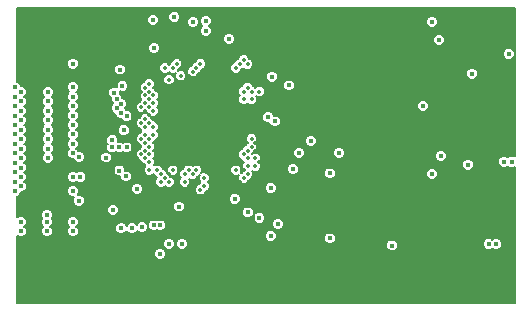
<source format=gbr>
G04 (created by PCBNEW (2013-07-07 BZR 4022)-stable) date 19/11/2015 00:50:24*
%MOIN*%
G04 Gerber Fmt 3.4, Leading zero omitted, Abs format*
%FSLAX34Y34*%
G01*
G70*
G90*
G04 APERTURE LIST*
%ADD10C,0.00590551*%
%ADD11C,0.015748*%
%ADD12C,0.0137795*%
%ADD13C,0.00787402*%
G04 APERTURE END LIST*
G54D10*
G54D11*
X69625Y-48818D03*
X68582Y-48681D03*
X67874Y-48779D03*
X69212Y-48858D03*
X71830Y-50669D03*
X71929Y-52165D03*
X71023Y-55196D03*
X71712Y-52027D03*
X72529Y-53759D03*
X68110Y-55629D03*
X67893Y-55629D03*
X70413Y-49409D03*
X74074Y-53208D03*
X63464Y-55511D03*
X64330Y-55511D03*
X65196Y-55511D03*
X68405Y-56240D03*
X73759Y-53897D03*
X71791Y-55984D03*
X73759Y-56062D03*
X68838Y-56240D03*
X69625Y-49153D03*
X71417Y-55374D03*
X67913Y-49724D03*
X72401Y-50964D03*
X73129Y-52814D03*
X75826Y-56299D03*
X78503Y-50570D03*
X78366Y-53602D03*
X77165Y-53917D03*
X76870Y-51653D03*
X77165Y-48838D03*
X65196Y-55826D03*
X64330Y-55826D03*
X63464Y-55826D03*
G54D12*
X70890Y-53264D03*
X69580Y-54313D03*
X70629Y-53789D03*
X68662Y-50249D03*
X67745Y-52216D03*
G54D11*
X63267Y-53858D03*
X63464Y-51496D03*
G54D12*
X67614Y-51036D03*
G54D11*
X63267Y-51338D03*
G54D12*
X67745Y-51167D03*
G54D11*
X63267Y-51023D03*
G54D12*
X67744Y-51691D03*
G54D11*
X63464Y-52125D03*
G54D12*
X67481Y-51691D03*
G54D11*
X65196Y-51023D03*
X66850Y-50984D03*
G54D12*
X67614Y-51298D03*
G54D11*
X63267Y-51653D03*
X63464Y-51811D03*
G54D12*
X67745Y-51429D03*
G54D11*
X63464Y-51181D03*
G54D12*
X67876Y-51560D03*
G54D11*
X66574Y-51200D03*
X64370Y-51181D03*
X65196Y-51338D03*
X66653Y-51417D03*
G54D12*
X67614Y-51560D03*
G54D11*
X63267Y-51968D03*
X66811Y-51574D03*
X64370Y-51496D03*
X63267Y-53228D03*
G54D12*
X67745Y-53527D03*
G54D11*
X64370Y-53385D03*
G54D12*
X67614Y-53396D03*
G54D11*
X63267Y-52283D03*
G54D12*
X67745Y-52740D03*
G54D11*
X63464Y-52440D03*
G54D12*
X67483Y-52740D03*
X67744Y-53264D03*
G54D11*
X63464Y-53385D03*
G54D12*
X67481Y-53264D03*
G54D11*
X65196Y-53228D03*
X63267Y-52913D03*
G54D12*
X67614Y-53133D03*
G54D11*
X63464Y-53070D03*
X66751Y-53799D03*
X63464Y-52755D03*
G54D12*
X67745Y-53002D03*
G54D11*
X66988Y-53031D03*
X64370Y-53070D03*
X63267Y-52598D03*
G54D12*
X67614Y-52871D03*
G54D11*
X65196Y-52913D03*
X66751Y-53031D03*
X66988Y-51988D03*
X65196Y-51968D03*
X66515Y-52795D03*
X65196Y-52598D03*
X66811Y-51889D03*
X64370Y-51811D03*
X64370Y-52440D03*
G54D12*
X67876Y-52609D03*
G54D11*
X63464Y-54330D03*
X67500Y-55688D03*
X65393Y-54803D03*
X67165Y-55728D03*
X66811Y-55728D03*
X63267Y-54488D03*
X63267Y-54173D03*
X66535Y-55118D03*
X75039Y-56220D03*
X75255Y-56437D03*
X76181Y-56299D03*
X74763Y-56555D03*
X78503Y-51771D03*
X78503Y-51220D03*
X78503Y-51496D03*
X78503Y-50925D03*
X78720Y-54192D03*
X78090Y-53602D03*
X78503Y-54527D03*
X76003Y-51791D03*
X73562Y-49625D03*
X73917Y-50059D03*
X74370Y-50413D03*
X75570Y-49547D03*
X75216Y-49547D03*
X76023Y-48759D03*
X71515Y-57086D03*
X71870Y-57086D03*
X72775Y-57086D03*
X71870Y-56594D03*
X72775Y-56594D03*
X74960Y-54488D03*
X75885Y-54488D03*
X75885Y-55000D03*
X74960Y-55000D03*
X74625Y-55000D03*
X64783Y-57342D03*
X64330Y-50866D03*
X63877Y-57342D03*
X63464Y-56062D03*
X65196Y-55275D03*
X65196Y-56535D03*
X64330Y-56535D03*
X63464Y-56535D03*
X63464Y-57086D03*
X63464Y-56771D03*
X64330Y-57086D03*
X64330Y-56771D03*
X65196Y-56771D03*
X65196Y-57086D03*
X65196Y-56062D03*
X65196Y-55039D03*
X63464Y-55275D03*
X63464Y-55039D03*
X63464Y-54724D03*
X63464Y-50866D03*
X64330Y-50393D03*
X63464Y-50393D03*
X64783Y-49271D03*
X63877Y-49271D03*
X64330Y-50157D03*
X63464Y-50157D03*
X65196Y-49842D03*
X63464Y-49842D03*
X64330Y-49842D03*
X63464Y-49527D03*
X64330Y-49527D03*
X65196Y-49527D03*
X67460Y-56062D03*
X66141Y-52421D03*
X71791Y-55334D03*
X66122Y-57874D03*
X65492Y-57874D03*
X66830Y-58011D03*
X66456Y-58011D03*
X69606Y-58011D03*
X68464Y-58011D03*
X69035Y-58011D03*
X72578Y-58129D03*
X71003Y-58129D03*
X75157Y-58011D03*
X74015Y-58011D03*
X74586Y-58011D03*
X77500Y-57598D03*
X76791Y-58011D03*
X77362Y-58011D03*
X77500Y-54783D03*
X78129Y-54783D03*
X77814Y-51200D03*
X78129Y-51830D03*
X77500Y-51830D03*
X78129Y-48976D03*
X78129Y-48622D03*
X73818Y-48464D03*
X72578Y-48464D03*
X71043Y-48464D03*
X66456Y-48602D03*
X65492Y-48740D03*
X66122Y-48740D03*
X78503Y-49330D03*
X78503Y-48622D03*
X79133Y-48444D03*
X79763Y-48444D03*
X78503Y-48976D03*
X79330Y-53503D03*
X79842Y-50905D03*
X79448Y-50551D03*
X79192Y-54803D03*
X78503Y-54803D03*
X78503Y-55295D03*
X78503Y-55039D03*
X79566Y-56259D03*
X78503Y-57283D03*
X78503Y-57992D03*
X79881Y-58188D03*
X78858Y-58188D03*
X79133Y-58188D03*
X78503Y-57637D03*
X68838Y-57047D03*
X72598Y-55984D03*
X77539Y-50708D03*
X76850Y-52696D03*
X76318Y-54291D03*
X75807Y-53307D03*
X76614Y-52972D03*
X76614Y-53641D03*
X76515Y-53307D03*
X77539Y-50354D03*
X76614Y-49783D03*
X76614Y-48641D03*
X76515Y-49448D03*
X76614Y-49114D03*
X66535Y-55433D03*
X65807Y-49507D03*
X65807Y-57106D03*
X65807Y-55413D03*
X65807Y-54153D03*
X65807Y-52460D03*
X66515Y-53799D03*
X66181Y-54153D03*
X74350Y-53641D03*
X74360Y-56328D03*
X75531Y-52716D03*
X74980Y-50925D03*
X74724Y-51791D03*
X75216Y-50925D03*
X67185Y-49389D03*
X69389Y-49153D03*
X68523Y-49744D03*
X67204Y-48661D03*
G54D12*
X69974Y-50511D03*
G54D11*
X69763Y-51062D03*
X69763Y-51338D03*
X69488Y-51338D03*
X70039Y-51062D03*
X70314Y-51614D03*
X70314Y-52165D03*
X70039Y-52716D03*
X70314Y-52992D03*
X70039Y-52992D03*
X69763Y-52992D03*
X69232Y-52992D03*
X68700Y-52992D03*
X68149Y-52992D03*
X68700Y-52165D03*
X68425Y-51062D03*
X68700Y-51614D03*
X68700Y-51338D03*
X68700Y-51062D03*
X69232Y-51062D03*
X68956Y-51062D03*
X69488Y-51062D03*
X68956Y-51338D03*
X69232Y-51338D03*
X68425Y-51338D03*
X70039Y-51338D03*
X70314Y-51338D03*
X70590Y-51338D03*
X70590Y-51614D03*
X70039Y-51614D03*
X69763Y-51614D03*
X68425Y-51614D03*
X69232Y-51614D03*
X68956Y-51614D03*
X69488Y-51614D03*
X69488Y-52165D03*
X68956Y-52165D03*
X69232Y-52165D03*
X68425Y-52165D03*
X69763Y-52165D03*
X70039Y-52165D03*
X70590Y-52165D03*
X70590Y-51889D03*
X70314Y-51889D03*
X70039Y-51889D03*
X69763Y-51889D03*
X68425Y-51889D03*
X68700Y-51889D03*
X69232Y-51889D03*
X68956Y-51889D03*
X69488Y-51889D03*
X69488Y-52992D03*
X68956Y-52992D03*
X68425Y-52992D03*
X70039Y-53267D03*
X69763Y-53267D03*
X68149Y-53267D03*
X68425Y-53267D03*
X68700Y-53267D03*
X69232Y-53267D03*
X68956Y-53267D03*
X69488Y-53267D03*
X69488Y-52716D03*
X68956Y-52716D03*
X69232Y-52716D03*
X68700Y-52716D03*
X68425Y-52716D03*
X69763Y-52716D03*
X70314Y-52716D03*
X70314Y-52440D03*
X70039Y-52440D03*
X69763Y-52440D03*
X68149Y-52440D03*
X68425Y-52440D03*
X68700Y-52440D03*
X69232Y-52440D03*
X68956Y-52440D03*
X69488Y-52440D03*
X72322Y-52401D03*
X71811Y-51338D03*
G54D12*
X70760Y-54182D03*
G54D11*
X71791Y-54133D03*
G54D12*
X70891Y-53789D03*
G54D11*
X68228Y-54881D03*
G54D12*
X68662Y-54182D03*
X69056Y-54313D03*
G54D11*
X71968Y-53976D03*
X69015Y-54724D03*
X69114Y-55000D03*
X69822Y-54842D03*
X71870Y-53070D03*
G54D12*
X71416Y-53527D03*
X71285Y-53133D03*
X71285Y-52871D03*
X70760Y-50774D03*
X70105Y-50642D03*
X69187Y-50774D03*
X69056Y-50642D03*
X68792Y-50380D03*
X68400Y-50249D03*
G54D11*
X67913Y-49940D03*
G54D12*
X68400Y-53920D03*
X67351Y-53396D03*
X67483Y-51167D03*
X67614Y-51822D03*
X67876Y-52085D03*
G54D11*
X67224Y-53779D03*
G54D12*
X67745Y-51953D03*
G54D11*
X64330Y-55275D03*
X77401Y-49448D03*
X65196Y-54015D03*
X77460Y-53307D03*
X65452Y-54015D03*
X63464Y-53700D03*
X66653Y-51712D03*
X65196Y-51653D03*
X66515Y-53031D03*
X64370Y-52755D03*
G54D12*
X71022Y-50249D03*
G54D11*
X79724Y-49921D03*
G54D12*
X70760Y-50249D03*
X70628Y-50380D03*
X70891Y-50118D03*
X69187Y-50511D03*
X71153Y-51429D03*
X69449Y-54444D03*
X69317Y-50380D03*
X69449Y-50249D03*
X68268Y-50380D03*
X68794Y-50642D03*
G54D11*
X70590Y-54744D03*
G54D12*
X68925Y-53920D03*
X69579Y-54051D03*
X68925Y-54182D03*
G54D11*
X72027Y-55590D03*
G54D12*
X71416Y-51167D03*
X70891Y-51167D03*
X68400Y-50774D03*
X70890Y-54051D03*
X69187Y-53920D03*
G54D11*
X68740Y-55000D03*
X68110Y-56574D03*
G54D12*
X69056Y-53789D03*
G54D11*
X66889Y-52460D03*
X66968Y-53996D03*
G54D12*
X67744Y-50905D03*
X67614Y-52085D03*
X71153Y-51167D03*
X70891Y-51429D03*
X71022Y-51036D03*
X71022Y-53658D03*
X68531Y-53789D03*
X68400Y-54182D03*
X67614Y-52609D03*
G54D11*
X66299Y-53366D03*
X66771Y-50433D03*
G54D12*
X67876Y-51298D03*
X67876Y-51822D03*
X71153Y-52740D03*
X71022Y-53396D03*
X71285Y-53658D03*
X71153Y-53002D03*
X71285Y-53396D03*
G54D11*
X72736Y-53208D03*
G54D12*
X71022Y-53133D03*
X68007Y-53789D03*
X67745Y-53789D03*
G54D11*
X79822Y-53503D03*
G54D12*
X68268Y-54051D03*
G54D11*
X79055Y-56259D03*
X79566Y-53503D03*
G54D12*
X68138Y-54182D03*
G54D11*
X79311Y-56259D03*
X71791Y-54389D03*
G54D12*
X69318Y-53789D03*
G54D11*
X63464Y-54015D03*
G54D12*
X68138Y-53920D03*
X68530Y-50380D03*
G54D11*
X65196Y-50236D03*
X65413Y-53346D03*
G54D12*
X67483Y-52216D03*
G54D11*
X64370Y-52125D03*
G54D12*
X67614Y-52347D03*
G54D11*
X65196Y-52283D03*
X65196Y-54488D03*
G54D12*
X71022Y-53920D03*
G54D11*
X63267Y-53543D03*
X67342Y-54409D03*
G54D12*
X67876Y-52347D03*
G54D10*
G36*
X79921Y-58228D02*
X79507Y-58228D01*
X79507Y-56220D01*
X79478Y-56148D01*
X79422Y-56093D01*
X79350Y-56063D01*
X79272Y-56062D01*
X79199Y-56092D01*
X79183Y-56109D01*
X79166Y-56093D01*
X79094Y-56063D01*
X79016Y-56062D01*
X78943Y-56092D01*
X78888Y-56148D01*
X78858Y-56220D01*
X78858Y-56298D01*
X78888Y-56371D01*
X78943Y-56426D01*
X79015Y-56456D01*
X79094Y-56456D01*
X79166Y-56426D01*
X79183Y-56410D01*
X79199Y-56426D01*
X79271Y-56456D01*
X79350Y-56456D01*
X79422Y-56426D01*
X79477Y-56371D01*
X79507Y-56299D01*
X79507Y-56220D01*
X79507Y-58228D01*
X78700Y-58228D01*
X78700Y-50531D01*
X78670Y-50459D01*
X78615Y-50404D01*
X78543Y-50374D01*
X78464Y-50373D01*
X78392Y-50403D01*
X78337Y-50459D01*
X78307Y-50531D01*
X78307Y-50609D01*
X78336Y-50682D01*
X78392Y-50737D01*
X78464Y-50767D01*
X78542Y-50767D01*
X78615Y-50737D01*
X78670Y-50682D01*
X78700Y-50610D01*
X78700Y-50531D01*
X78700Y-58228D01*
X78563Y-58228D01*
X78563Y-53563D01*
X78533Y-53491D01*
X78477Y-53435D01*
X78405Y-53405D01*
X78327Y-53405D01*
X78254Y-53435D01*
X78199Y-53490D01*
X78169Y-53563D01*
X78169Y-53641D01*
X78199Y-53713D01*
X78254Y-53769D01*
X78326Y-53799D01*
X78405Y-53799D01*
X78477Y-53769D01*
X78532Y-53714D01*
X78562Y-53641D01*
X78563Y-53563D01*
X78563Y-58228D01*
X77657Y-58228D01*
X77657Y-53268D01*
X77627Y-53195D01*
X77598Y-53166D01*
X77598Y-49409D01*
X77568Y-49337D01*
X77513Y-49282D01*
X77440Y-49252D01*
X77362Y-49251D01*
X77362Y-49252D01*
X77362Y-48799D01*
X77332Y-48727D01*
X77277Y-48671D01*
X77204Y-48641D01*
X77126Y-48641D01*
X77053Y-48671D01*
X76998Y-48726D01*
X76968Y-48799D01*
X76968Y-48877D01*
X76998Y-48949D01*
X77053Y-49005D01*
X77126Y-49035D01*
X77204Y-49035D01*
X77276Y-49005D01*
X77332Y-48950D01*
X77362Y-48877D01*
X77362Y-48799D01*
X77362Y-49252D01*
X77290Y-49281D01*
X77234Y-49337D01*
X77204Y-49409D01*
X77204Y-49487D01*
X77234Y-49560D01*
X77289Y-49615D01*
X77362Y-49645D01*
X77440Y-49645D01*
X77512Y-49615D01*
X77568Y-49560D01*
X77598Y-49488D01*
X77598Y-49409D01*
X77598Y-53166D01*
X77572Y-53140D01*
X77499Y-53110D01*
X77421Y-53110D01*
X77349Y-53140D01*
X77293Y-53195D01*
X77263Y-53267D01*
X77263Y-53346D01*
X77293Y-53418D01*
X77348Y-53473D01*
X77421Y-53503D01*
X77499Y-53503D01*
X77571Y-53474D01*
X77627Y-53418D01*
X77657Y-53346D01*
X77657Y-53268D01*
X77657Y-58228D01*
X77362Y-58228D01*
X77362Y-53878D01*
X77332Y-53805D01*
X77277Y-53750D01*
X77204Y-53720D01*
X77126Y-53720D01*
X77066Y-53744D01*
X77066Y-51614D01*
X77037Y-51542D01*
X76981Y-51486D01*
X76909Y-51456D01*
X76831Y-51456D01*
X76758Y-51486D01*
X76703Y-51541D01*
X76673Y-51614D01*
X76673Y-51692D01*
X76703Y-51764D01*
X76758Y-51820D01*
X76830Y-51850D01*
X76909Y-51850D01*
X76981Y-51820D01*
X77036Y-51765D01*
X77066Y-51692D01*
X77066Y-51614D01*
X77066Y-53744D01*
X77053Y-53750D01*
X76998Y-53805D01*
X76968Y-53877D01*
X76968Y-53956D01*
X76998Y-54028D01*
X77053Y-54084D01*
X77126Y-54114D01*
X77204Y-54114D01*
X77276Y-54084D01*
X77332Y-54028D01*
X77362Y-53956D01*
X77362Y-53878D01*
X77362Y-58228D01*
X76023Y-58228D01*
X76023Y-56260D01*
X75993Y-56187D01*
X75938Y-56132D01*
X75866Y-56102D01*
X75787Y-56102D01*
X75715Y-56132D01*
X75659Y-56187D01*
X75629Y-56259D01*
X75629Y-56338D01*
X75659Y-56410D01*
X75715Y-56465D01*
X75787Y-56496D01*
X75865Y-56496D01*
X75938Y-56466D01*
X75993Y-56410D01*
X76023Y-56338D01*
X76023Y-56260D01*
X76023Y-58228D01*
X74271Y-58228D01*
X74271Y-53169D01*
X74241Y-53097D01*
X74186Y-53041D01*
X74114Y-53011D01*
X74035Y-53011D01*
X73963Y-53041D01*
X73908Y-53097D01*
X73877Y-53169D01*
X73877Y-53247D01*
X73907Y-53320D01*
X73963Y-53375D01*
X74035Y-53405D01*
X74113Y-53405D01*
X74186Y-53375D01*
X74241Y-53320D01*
X74271Y-53247D01*
X74271Y-53169D01*
X74271Y-58228D01*
X73956Y-58228D01*
X73956Y-56024D01*
X73956Y-53858D01*
X73926Y-53786D01*
X73871Y-53730D01*
X73799Y-53700D01*
X73720Y-53700D01*
X73648Y-53730D01*
X73593Y-53785D01*
X73563Y-53858D01*
X73562Y-53936D01*
X73592Y-54008D01*
X73648Y-54064D01*
X73720Y-54094D01*
X73798Y-54094D01*
X73871Y-54064D01*
X73926Y-54009D01*
X73956Y-53936D01*
X73956Y-53858D01*
X73956Y-56024D01*
X73926Y-55951D01*
X73871Y-55896D01*
X73799Y-55866D01*
X73720Y-55866D01*
X73648Y-55896D01*
X73593Y-55951D01*
X73563Y-56023D01*
X73562Y-56101D01*
X73592Y-56174D01*
X73648Y-56229D01*
X73720Y-56259D01*
X73798Y-56259D01*
X73871Y-56229D01*
X73926Y-56174D01*
X73956Y-56102D01*
X73956Y-56024D01*
X73956Y-58228D01*
X73326Y-58228D01*
X73326Y-52775D01*
X73296Y-52703D01*
X73241Y-52648D01*
X73169Y-52618D01*
X73090Y-52618D01*
X73018Y-52647D01*
X72963Y-52703D01*
X72933Y-52775D01*
X72933Y-52853D01*
X72962Y-52926D01*
X73018Y-52981D01*
X73090Y-53011D01*
X73168Y-53011D01*
X73241Y-52981D01*
X73296Y-52926D01*
X73326Y-52854D01*
X73326Y-52775D01*
X73326Y-58228D01*
X72933Y-58228D01*
X72933Y-53169D01*
X72903Y-53097D01*
X72847Y-53041D01*
X72775Y-53011D01*
X72697Y-53011D01*
X72624Y-53041D01*
X72598Y-53068D01*
X72598Y-50925D01*
X72568Y-50853D01*
X72513Y-50797D01*
X72440Y-50767D01*
X72362Y-50767D01*
X72290Y-50797D01*
X72234Y-50852D01*
X72204Y-50925D01*
X72204Y-51003D01*
X72234Y-51075D01*
X72289Y-51131D01*
X72362Y-51161D01*
X72440Y-51161D01*
X72512Y-51131D01*
X72568Y-51076D01*
X72598Y-51003D01*
X72598Y-50925D01*
X72598Y-53068D01*
X72569Y-53097D01*
X72539Y-53169D01*
X72539Y-53247D01*
X72569Y-53320D01*
X72624Y-53375D01*
X72696Y-53405D01*
X72775Y-53405D01*
X72847Y-53375D01*
X72903Y-53320D01*
X72933Y-53247D01*
X72933Y-53169D01*
X72933Y-58228D01*
X72726Y-58228D01*
X72726Y-53720D01*
X72696Y-53648D01*
X72641Y-53593D01*
X72568Y-53563D01*
X72490Y-53562D01*
X72418Y-53592D01*
X72362Y-53648D01*
X72332Y-53720D01*
X72332Y-53798D01*
X72362Y-53871D01*
X72417Y-53926D01*
X72490Y-53956D01*
X72568Y-53956D01*
X72640Y-53926D01*
X72696Y-53871D01*
X72726Y-53799D01*
X72726Y-53720D01*
X72726Y-58228D01*
X72224Y-58228D01*
X72224Y-55551D01*
X72194Y-55479D01*
X72139Y-55423D01*
X72126Y-55418D01*
X72126Y-52126D01*
X72096Y-52053D01*
X72040Y-51998D01*
X72027Y-51993D01*
X72027Y-50630D01*
X71997Y-50557D01*
X71942Y-50502D01*
X71870Y-50472D01*
X71791Y-50472D01*
X71719Y-50502D01*
X71663Y-50557D01*
X71633Y-50629D01*
X71633Y-50708D01*
X71663Y-50780D01*
X71719Y-50836D01*
X71791Y-50866D01*
X71869Y-50866D01*
X71942Y-50836D01*
X71997Y-50780D01*
X72027Y-50708D01*
X72027Y-50630D01*
X72027Y-51993D01*
X71968Y-51968D01*
X71901Y-51968D01*
X71879Y-51916D01*
X71824Y-51860D01*
X71751Y-51830D01*
X71673Y-51830D01*
X71603Y-51859D01*
X71603Y-51130D01*
X71574Y-51061D01*
X71522Y-51008D01*
X71453Y-50980D01*
X71379Y-50980D01*
X71310Y-51008D01*
X71285Y-51033D01*
X71260Y-51008D01*
X71209Y-50988D01*
X71209Y-50212D01*
X71181Y-50143D01*
X71128Y-50091D01*
X71073Y-50068D01*
X71050Y-50012D01*
X70997Y-49960D01*
X70929Y-49931D01*
X70854Y-49931D01*
X70785Y-49959D01*
X70733Y-50012D01*
X70710Y-50068D01*
X70654Y-50090D01*
X70610Y-50135D01*
X70610Y-49370D01*
X70580Y-49298D01*
X70525Y-49242D01*
X70452Y-49212D01*
X70374Y-49212D01*
X70302Y-49242D01*
X70246Y-49297D01*
X70216Y-49370D01*
X70216Y-49448D01*
X70246Y-49520D01*
X70301Y-49576D01*
X70374Y-49606D01*
X70452Y-49606D01*
X70524Y-49576D01*
X70580Y-49521D01*
X70610Y-49448D01*
X70610Y-49370D01*
X70610Y-50135D01*
X70602Y-50143D01*
X70579Y-50198D01*
X70522Y-50222D01*
X70469Y-50274D01*
X70441Y-50343D01*
X70441Y-50417D01*
X70469Y-50486D01*
X70522Y-50539D01*
X70590Y-50567D01*
X70665Y-50567D01*
X70734Y-50539D01*
X70786Y-50486D01*
X70809Y-50431D01*
X70866Y-50408D01*
X70891Y-50382D01*
X70916Y-50408D01*
X70985Y-50436D01*
X71059Y-50436D01*
X71128Y-50408D01*
X71181Y-50355D01*
X71209Y-50286D01*
X71209Y-50212D01*
X71209Y-50988D01*
X71204Y-50985D01*
X71181Y-50930D01*
X71128Y-50877D01*
X71060Y-50849D01*
X70985Y-50849D01*
X70917Y-50877D01*
X70864Y-50930D01*
X70841Y-50985D01*
X70785Y-51008D01*
X70733Y-51061D01*
X70704Y-51129D01*
X70704Y-51204D01*
X70733Y-51273D01*
X70758Y-51298D01*
X70733Y-51323D01*
X70704Y-51392D01*
X70704Y-51466D01*
X70733Y-51535D01*
X70785Y-51587D01*
X70854Y-51616D01*
X70928Y-51616D01*
X70997Y-51588D01*
X71022Y-51562D01*
X71047Y-51587D01*
X71116Y-51616D01*
X71190Y-51616D01*
X71259Y-51588D01*
X71312Y-51535D01*
X71340Y-51466D01*
X71340Y-51392D01*
X71314Y-51327D01*
X71378Y-51354D01*
X71453Y-51354D01*
X71521Y-51325D01*
X71574Y-51273D01*
X71603Y-51204D01*
X71603Y-51130D01*
X71603Y-51859D01*
X71601Y-51860D01*
X71545Y-51915D01*
X71515Y-51988D01*
X71515Y-52066D01*
X71545Y-52138D01*
X71600Y-52194D01*
X71673Y-52224D01*
X71740Y-52224D01*
X71762Y-52276D01*
X71817Y-52332D01*
X71889Y-52362D01*
X71968Y-52362D01*
X72040Y-52332D01*
X72095Y-52277D01*
X72125Y-52204D01*
X72126Y-52126D01*
X72126Y-55418D01*
X72066Y-55393D01*
X71988Y-55393D01*
X71988Y-55393D01*
X71988Y-54350D01*
X71958Y-54278D01*
X71902Y-54222D01*
X71830Y-54192D01*
X71752Y-54192D01*
X71679Y-54222D01*
X71624Y-54278D01*
X71594Y-54350D01*
X71594Y-54428D01*
X71624Y-54501D01*
X71679Y-54556D01*
X71752Y-54586D01*
X71830Y-54586D01*
X71902Y-54556D01*
X71958Y-54501D01*
X71988Y-54429D01*
X71988Y-54350D01*
X71988Y-55393D01*
X71916Y-55423D01*
X71860Y-55478D01*
X71830Y-55551D01*
X71830Y-55629D01*
X71860Y-55701D01*
X71915Y-55757D01*
X71988Y-55787D01*
X72066Y-55787D01*
X72138Y-55757D01*
X72194Y-55702D01*
X72224Y-55629D01*
X72224Y-55551D01*
X72224Y-58228D01*
X71988Y-58228D01*
X71988Y-55945D01*
X71958Y-55872D01*
X71902Y-55817D01*
X71830Y-55787D01*
X71752Y-55787D01*
X71679Y-55817D01*
X71624Y-55872D01*
X71614Y-55897D01*
X71614Y-55335D01*
X71584Y-55262D01*
X71528Y-55207D01*
X71472Y-55183D01*
X71472Y-53621D01*
X71443Y-53552D01*
X71418Y-53527D01*
X71443Y-53502D01*
X71472Y-53433D01*
X71472Y-53359D01*
X71443Y-53290D01*
X71391Y-53237D01*
X71322Y-53209D01*
X71248Y-53209D01*
X71182Y-53235D01*
X71204Y-53184D01*
X71259Y-53161D01*
X71312Y-53108D01*
X71340Y-53040D01*
X71340Y-52965D01*
X71312Y-52896D01*
X71287Y-52871D01*
X71312Y-52846D01*
X71340Y-52777D01*
X71340Y-52703D01*
X71312Y-52634D01*
X71260Y-52582D01*
X71191Y-52553D01*
X71116Y-52553D01*
X71048Y-52581D01*
X70995Y-52634D01*
X70966Y-52703D01*
X70966Y-52777D01*
X70995Y-52846D01*
X71020Y-52871D01*
X70995Y-52896D01*
X70972Y-52952D01*
X70917Y-52975D01*
X70864Y-53027D01*
X70841Y-53082D01*
X70784Y-53106D01*
X70732Y-53158D01*
X70703Y-53227D01*
X70703Y-53301D01*
X70731Y-53370D01*
X70784Y-53423D01*
X70841Y-53447D01*
X70864Y-53501D01*
X70889Y-53527D01*
X70864Y-53552D01*
X70835Y-53620D01*
X70835Y-53695D01*
X70864Y-53764D01*
X70889Y-53789D01*
X70864Y-53814D01*
X70841Y-53869D01*
X70789Y-53890D01*
X70816Y-53826D01*
X70816Y-53752D01*
X70788Y-53683D01*
X70735Y-53630D01*
X70666Y-53602D01*
X70592Y-53602D01*
X70523Y-53630D01*
X70471Y-53683D01*
X70442Y-53752D01*
X70442Y-53826D01*
X70470Y-53895D01*
X70523Y-53947D01*
X70592Y-53976D01*
X70666Y-53976D01*
X70730Y-53950D01*
X70703Y-54014D01*
X70703Y-54088D01*
X70731Y-54157D01*
X70784Y-54210D01*
X70853Y-54238D01*
X70927Y-54238D01*
X70996Y-54210D01*
X71048Y-54157D01*
X71071Y-54102D01*
X71128Y-54079D01*
X71181Y-54026D01*
X71209Y-53957D01*
X71209Y-53883D01*
X71182Y-53818D01*
X71247Y-53845D01*
X71322Y-53845D01*
X71390Y-53816D01*
X71443Y-53764D01*
X71472Y-53695D01*
X71472Y-53621D01*
X71472Y-55183D01*
X71456Y-55177D01*
X71378Y-55177D01*
X71305Y-55207D01*
X71250Y-55262D01*
X71220Y-55334D01*
X71220Y-55157D01*
X71190Y-55085D01*
X71135Y-55030D01*
X71062Y-55000D01*
X70984Y-54999D01*
X70912Y-55029D01*
X70856Y-55085D01*
X70826Y-55157D01*
X70826Y-55235D01*
X70856Y-55308D01*
X70911Y-55363D01*
X70984Y-55393D01*
X71062Y-55393D01*
X71134Y-55363D01*
X71190Y-55308D01*
X71220Y-55236D01*
X71220Y-55157D01*
X71220Y-55334D01*
X71220Y-55413D01*
X71250Y-55485D01*
X71305Y-55540D01*
X71377Y-55570D01*
X71456Y-55570D01*
X71528Y-55540D01*
X71584Y-55485D01*
X71614Y-55413D01*
X71614Y-55335D01*
X71614Y-55897D01*
X71594Y-55944D01*
X71594Y-56023D01*
X71624Y-56095D01*
X71679Y-56151D01*
X71752Y-56181D01*
X71830Y-56181D01*
X71902Y-56151D01*
X71958Y-56095D01*
X71988Y-56023D01*
X71988Y-55945D01*
X71988Y-58228D01*
X70787Y-58228D01*
X70787Y-54705D01*
X70757Y-54632D01*
X70702Y-54577D01*
X70629Y-54547D01*
X70551Y-54547D01*
X70479Y-54577D01*
X70423Y-54632D01*
X70393Y-54704D01*
X70393Y-54783D01*
X70423Y-54855D01*
X70478Y-54910D01*
X70551Y-54940D01*
X70629Y-54940D01*
X70701Y-54911D01*
X70757Y-54855D01*
X70787Y-54783D01*
X70787Y-54705D01*
X70787Y-58228D01*
X69822Y-58228D01*
X69822Y-49114D01*
X69792Y-49042D01*
X69737Y-48986D01*
X69736Y-48986D01*
X69737Y-48985D01*
X69792Y-48930D01*
X69822Y-48858D01*
X69822Y-48779D01*
X69792Y-48707D01*
X69737Y-48652D01*
X69665Y-48622D01*
X69587Y-48622D01*
X69514Y-48651D01*
X69459Y-48707D01*
X69429Y-48779D01*
X69429Y-48857D01*
X69459Y-48930D01*
X69514Y-48985D01*
X69515Y-48986D01*
X69514Y-48986D01*
X69459Y-49041D01*
X69429Y-49114D01*
X69429Y-49192D01*
X69459Y-49264D01*
X69514Y-49320D01*
X69586Y-49350D01*
X69664Y-49350D01*
X69737Y-49320D01*
X69792Y-49265D01*
X69822Y-49192D01*
X69822Y-49114D01*
X69822Y-58228D01*
X69767Y-58228D01*
X69767Y-54276D01*
X69739Y-54207D01*
X69713Y-54182D01*
X69737Y-54157D01*
X69766Y-54088D01*
X69766Y-54014D01*
X69738Y-53945D01*
X69685Y-53893D01*
X69636Y-53872D01*
X69636Y-50212D01*
X69608Y-50143D01*
X69555Y-50091D01*
X69486Y-50062D01*
X69412Y-50062D01*
X69409Y-50063D01*
X69409Y-48819D01*
X69379Y-48746D01*
X69324Y-48691D01*
X69251Y-48661D01*
X69173Y-48661D01*
X69101Y-48691D01*
X69045Y-48746D01*
X69015Y-48818D01*
X69015Y-48897D01*
X69045Y-48969D01*
X69100Y-49025D01*
X69173Y-49055D01*
X69251Y-49055D01*
X69323Y-49025D01*
X69379Y-48969D01*
X69409Y-48897D01*
X69409Y-48819D01*
X69409Y-50063D01*
X69343Y-50090D01*
X69291Y-50143D01*
X69268Y-50198D01*
X69211Y-50222D01*
X69158Y-50274D01*
X69135Y-50330D01*
X69081Y-50353D01*
X69028Y-50405D01*
X69000Y-50474D01*
X69000Y-50548D01*
X69028Y-50617D01*
X69081Y-50670D01*
X69150Y-50698D01*
X69224Y-50698D01*
X69293Y-50670D01*
X69345Y-50617D01*
X69369Y-50561D01*
X69423Y-50539D01*
X69475Y-50486D01*
X69498Y-50431D01*
X69555Y-50408D01*
X69608Y-50355D01*
X69636Y-50286D01*
X69636Y-50212D01*
X69636Y-53872D01*
X69616Y-53864D01*
X69542Y-53864D01*
X69478Y-53890D01*
X69505Y-53826D01*
X69505Y-53752D01*
X69477Y-53683D01*
X69424Y-53630D01*
X69355Y-53602D01*
X69281Y-53602D01*
X69212Y-53630D01*
X69187Y-53656D01*
X69162Y-53630D01*
X69093Y-53602D01*
X69019Y-53602D01*
X68981Y-53618D01*
X68981Y-50605D01*
X68952Y-50537D01*
X68900Y-50484D01*
X68831Y-50455D01*
X68757Y-50455D01*
X68690Y-50483D01*
X68712Y-50431D01*
X68768Y-50408D01*
X68821Y-50355D01*
X68849Y-50286D01*
X68850Y-50212D01*
X68821Y-50143D01*
X68779Y-50101D01*
X68779Y-48642D01*
X68749Y-48569D01*
X68694Y-48514D01*
X68622Y-48484D01*
X68543Y-48484D01*
X68471Y-48514D01*
X68415Y-48569D01*
X68385Y-48641D01*
X68385Y-48720D01*
X68415Y-48792D01*
X68471Y-48847D01*
X68543Y-48877D01*
X68621Y-48877D01*
X68694Y-48848D01*
X68749Y-48792D01*
X68779Y-48720D01*
X68779Y-48642D01*
X68779Y-50101D01*
X68769Y-50091D01*
X68700Y-50062D01*
X68625Y-50062D01*
X68557Y-50090D01*
X68504Y-50143D01*
X68481Y-50198D01*
X68424Y-50222D01*
X68399Y-50247D01*
X68374Y-50222D01*
X68305Y-50193D01*
X68231Y-50193D01*
X68162Y-50222D01*
X68110Y-50274D01*
X68110Y-49685D01*
X68080Y-49613D01*
X68070Y-49603D01*
X68070Y-48740D01*
X68040Y-48668D01*
X67985Y-48612D01*
X67913Y-48582D01*
X67835Y-48582D01*
X67762Y-48612D01*
X67707Y-48667D01*
X67677Y-48740D01*
X67677Y-48818D01*
X67707Y-48890D01*
X67762Y-48946D01*
X67834Y-48976D01*
X67913Y-48976D01*
X67985Y-48946D01*
X68040Y-48891D01*
X68070Y-48818D01*
X68070Y-48740D01*
X68070Y-49603D01*
X68025Y-49557D01*
X67952Y-49527D01*
X67874Y-49527D01*
X67802Y-49557D01*
X67746Y-49612D01*
X67716Y-49685D01*
X67716Y-49763D01*
X67746Y-49835D01*
X67801Y-49891D01*
X67874Y-49921D01*
X67952Y-49921D01*
X68024Y-49891D01*
X68080Y-49836D01*
X68110Y-49763D01*
X68110Y-49685D01*
X68110Y-50274D01*
X68110Y-50274D01*
X68081Y-50343D01*
X68081Y-50417D01*
X68109Y-50486D01*
X68162Y-50539D01*
X68231Y-50567D01*
X68305Y-50567D01*
X68374Y-50539D01*
X68399Y-50514D01*
X68424Y-50539D01*
X68493Y-50567D01*
X68567Y-50567D01*
X68634Y-50540D01*
X68607Y-50605D01*
X68607Y-50679D01*
X68635Y-50748D01*
X68688Y-50801D01*
X68756Y-50829D01*
X68831Y-50829D01*
X68899Y-50801D01*
X68952Y-50748D01*
X68981Y-50680D01*
X68981Y-50605D01*
X68981Y-53618D01*
X68950Y-53630D01*
X68897Y-53683D01*
X68874Y-53738D01*
X68819Y-53761D01*
X68766Y-53814D01*
X68738Y-53883D01*
X68738Y-53957D01*
X68766Y-54026D01*
X68791Y-54051D01*
X68766Y-54076D01*
X68738Y-54145D01*
X68738Y-54219D01*
X68766Y-54288D01*
X68819Y-54341D01*
X68887Y-54369D01*
X68962Y-54369D01*
X69030Y-54341D01*
X69083Y-54288D01*
X69112Y-54220D01*
X69112Y-54145D01*
X69085Y-54080D01*
X69150Y-54107D01*
X69224Y-54107D01*
X69293Y-54079D01*
X69345Y-54026D01*
X69368Y-53970D01*
X69419Y-53950D01*
X69392Y-54014D01*
X69392Y-54088D01*
X69420Y-54157D01*
X69446Y-54183D01*
X69422Y-54207D01*
X69399Y-54263D01*
X69343Y-54286D01*
X69291Y-54338D01*
X69262Y-54407D01*
X69262Y-54481D01*
X69290Y-54550D01*
X69343Y-54603D01*
X69412Y-54631D01*
X69486Y-54631D01*
X69555Y-54603D01*
X69608Y-54550D01*
X69631Y-54495D01*
X69686Y-54472D01*
X69739Y-54419D01*
X69767Y-54351D01*
X69767Y-54276D01*
X69767Y-58228D01*
X69035Y-58228D01*
X69035Y-56201D01*
X69005Y-56128D01*
X68950Y-56073D01*
X68937Y-56067D01*
X68937Y-54961D01*
X68907Y-54888D01*
X68851Y-54833D01*
X68779Y-54803D01*
X68718Y-54803D01*
X68718Y-53752D01*
X68690Y-53683D01*
X68637Y-53630D01*
X68587Y-53610D01*
X68587Y-50736D01*
X68559Y-50668D01*
X68506Y-50615D01*
X68438Y-50587D01*
X68363Y-50586D01*
X68294Y-50615D01*
X68242Y-50667D01*
X68213Y-50736D01*
X68213Y-50811D01*
X68242Y-50879D01*
X68294Y-50932D01*
X68363Y-50960D01*
X68437Y-50961D01*
X68506Y-50932D01*
X68559Y-50880D01*
X68587Y-50811D01*
X68587Y-50736D01*
X68587Y-53610D01*
X68569Y-53602D01*
X68494Y-53602D01*
X68426Y-53630D01*
X68373Y-53683D01*
X68344Y-53752D01*
X68344Y-53826D01*
X68371Y-53892D01*
X68320Y-53870D01*
X68297Y-53814D01*
X68244Y-53762D01*
X68188Y-53738D01*
X68166Y-53683D01*
X68113Y-53630D01*
X68044Y-53602D01*
X67970Y-53602D01*
X67905Y-53629D01*
X67932Y-53564D01*
X67932Y-53490D01*
X67903Y-53421D01*
X67878Y-53395D01*
X67902Y-53371D01*
X67931Y-53302D01*
X67931Y-53227D01*
X67902Y-53159D01*
X67878Y-53134D01*
X67903Y-53108D01*
X67932Y-53040D01*
X67932Y-52965D01*
X67903Y-52896D01*
X67878Y-52871D01*
X67903Y-52846D01*
X67926Y-52790D01*
X67982Y-52768D01*
X68034Y-52715D01*
X68063Y-52646D01*
X68063Y-52572D01*
X68035Y-52503D01*
X68009Y-52478D01*
X68034Y-52453D01*
X68063Y-52384D01*
X68063Y-52310D01*
X68035Y-52241D01*
X67982Y-52188D01*
X67926Y-52165D01*
X67903Y-52110D01*
X67851Y-52057D01*
X67795Y-52034D01*
X67774Y-51982D01*
X67839Y-52009D01*
X67913Y-52009D01*
X67982Y-51981D01*
X68034Y-51928D01*
X68063Y-51860D01*
X68063Y-51785D01*
X68035Y-51717D01*
X68009Y-51691D01*
X68034Y-51666D01*
X68063Y-51597D01*
X68063Y-51523D01*
X68035Y-51454D01*
X68009Y-51429D01*
X68034Y-51404D01*
X68063Y-51335D01*
X68063Y-51261D01*
X68035Y-51192D01*
X67982Y-51139D01*
X67926Y-51116D01*
X67903Y-51061D01*
X67878Y-51035D01*
X67902Y-51011D01*
X67931Y-50942D01*
X67931Y-50868D01*
X67902Y-50799D01*
X67850Y-50746D01*
X67781Y-50718D01*
X67707Y-50718D01*
X67638Y-50746D01*
X67585Y-50799D01*
X67562Y-50855D01*
X67508Y-50877D01*
X67455Y-50930D01*
X67427Y-50998D01*
X67427Y-51073D01*
X67455Y-51142D01*
X67480Y-51167D01*
X67455Y-51192D01*
X67427Y-51261D01*
X67427Y-51335D01*
X67455Y-51404D01*
X67480Y-51429D01*
X67455Y-51454D01*
X67432Y-51509D01*
X67376Y-51533D01*
X67323Y-51585D01*
X67294Y-51654D01*
X67294Y-51728D01*
X67323Y-51797D01*
X67375Y-51850D01*
X67444Y-51878D01*
X67518Y-51878D01*
X67587Y-51850D01*
X67612Y-51825D01*
X67638Y-51850D01*
X67695Y-51873D01*
X67716Y-51924D01*
X67651Y-51898D01*
X67577Y-51897D01*
X67508Y-51926D01*
X67455Y-51978D01*
X67432Y-52034D01*
X67377Y-52057D01*
X67324Y-52110D01*
X67296Y-52178D01*
X67296Y-52253D01*
X67324Y-52321D01*
X67377Y-52374D01*
X67432Y-52397D01*
X67455Y-52453D01*
X67480Y-52478D01*
X67455Y-52503D01*
X67432Y-52559D01*
X67377Y-52581D01*
X67324Y-52634D01*
X67296Y-52703D01*
X67296Y-52777D01*
X67324Y-52846D01*
X67377Y-52898D01*
X67432Y-52922D01*
X67455Y-52977D01*
X67480Y-53002D01*
X67455Y-53027D01*
X67432Y-53082D01*
X67376Y-53106D01*
X67323Y-53158D01*
X67294Y-53227D01*
X67294Y-53301D01*
X67323Y-53370D01*
X67375Y-53423D01*
X67432Y-53447D01*
X67455Y-53501D01*
X67508Y-53554D01*
X67563Y-53577D01*
X67586Y-53632D01*
X67611Y-53658D01*
X67586Y-53683D01*
X67558Y-53752D01*
X67558Y-53826D01*
X67586Y-53895D01*
X67639Y-53947D01*
X67707Y-53976D01*
X67782Y-53976D01*
X67851Y-53948D01*
X67876Y-53922D01*
X67901Y-53947D01*
X67957Y-53970D01*
X67979Y-54026D01*
X68005Y-54051D01*
X67980Y-54076D01*
X67951Y-54145D01*
X67951Y-54219D01*
X67979Y-54288D01*
X68032Y-54341D01*
X68101Y-54369D01*
X68175Y-54369D01*
X68244Y-54341D01*
X68269Y-54316D01*
X68294Y-54341D01*
X68363Y-54369D01*
X68437Y-54369D01*
X68506Y-54341D01*
X68559Y-54288D01*
X68587Y-54220D01*
X68587Y-54145D01*
X68559Y-54076D01*
X68506Y-54024D01*
X68449Y-54000D01*
X68428Y-53948D01*
X68494Y-53976D01*
X68568Y-53976D01*
X68637Y-53948D01*
X68690Y-53895D01*
X68718Y-53826D01*
X68718Y-53752D01*
X68718Y-54803D01*
X68701Y-54803D01*
X68628Y-54833D01*
X68573Y-54888D01*
X68543Y-54960D01*
X68543Y-55038D01*
X68573Y-55111D01*
X68628Y-55166D01*
X68700Y-55196D01*
X68779Y-55196D01*
X68851Y-55166D01*
X68906Y-55111D01*
X68936Y-55039D01*
X68937Y-54961D01*
X68937Y-56067D01*
X68877Y-56043D01*
X68799Y-56043D01*
X68727Y-56073D01*
X68671Y-56128D01*
X68641Y-56200D01*
X68641Y-56279D01*
X68671Y-56351D01*
X68726Y-56406D01*
X68799Y-56436D01*
X68877Y-56437D01*
X68949Y-56407D01*
X69005Y-56351D01*
X69035Y-56279D01*
X69035Y-56201D01*
X69035Y-58228D01*
X68602Y-58228D01*
X68602Y-56201D01*
X68572Y-56128D01*
X68517Y-56073D01*
X68444Y-56043D01*
X68366Y-56043D01*
X68307Y-56067D01*
X68307Y-55590D01*
X68277Y-55518D01*
X68221Y-55463D01*
X68149Y-55433D01*
X68071Y-55433D01*
X68001Y-55461D01*
X67933Y-55433D01*
X67854Y-55433D01*
X67782Y-55462D01*
X67726Y-55518D01*
X67696Y-55590D01*
X67696Y-55649D01*
X67666Y-55577D01*
X67611Y-55522D01*
X67539Y-55492D01*
X67539Y-54370D01*
X67509Y-54298D01*
X67454Y-54242D01*
X67381Y-54212D01*
X67303Y-54212D01*
X67231Y-54242D01*
X67185Y-54288D01*
X67185Y-52992D01*
X67185Y-51949D01*
X67155Y-51876D01*
X67099Y-51821D01*
X67027Y-51791D01*
X66983Y-51791D01*
X66978Y-51778D01*
X66931Y-51732D01*
X66977Y-51686D01*
X67007Y-51614D01*
X67007Y-51535D01*
X66978Y-51463D01*
X66922Y-51408D01*
X66850Y-51377D01*
X66850Y-51377D01*
X66820Y-51305D01*
X66766Y-51252D01*
X66771Y-51240D01*
X66771Y-51164D01*
X66811Y-51181D01*
X66889Y-51181D01*
X66961Y-51151D01*
X67017Y-51095D01*
X67047Y-51023D01*
X67047Y-50945D01*
X67017Y-50872D01*
X66968Y-50823D01*
X66968Y-50394D01*
X66938Y-50321D01*
X66883Y-50266D01*
X66810Y-50236D01*
X66732Y-50236D01*
X66660Y-50266D01*
X66604Y-50321D01*
X66574Y-50393D01*
X66574Y-50472D01*
X66604Y-50544D01*
X66660Y-50599D01*
X66732Y-50629D01*
X66810Y-50629D01*
X66883Y-50600D01*
X66938Y-50544D01*
X66968Y-50472D01*
X66968Y-50394D01*
X66968Y-50823D01*
X66962Y-50817D01*
X66889Y-50787D01*
X66811Y-50787D01*
X66739Y-50817D01*
X66683Y-50872D01*
X66653Y-50944D01*
X66653Y-51020D01*
X66614Y-51003D01*
X66535Y-51003D01*
X66463Y-51033D01*
X66408Y-51089D01*
X66377Y-51161D01*
X66377Y-51239D01*
X66407Y-51312D01*
X66461Y-51366D01*
X66456Y-51377D01*
X66456Y-51456D01*
X66486Y-51528D01*
X66522Y-51564D01*
X66486Y-51600D01*
X66456Y-51673D01*
X66456Y-51751D01*
X66486Y-51823D01*
X66541Y-51879D01*
X66614Y-51909D01*
X66614Y-51928D01*
X66644Y-52001D01*
X66699Y-52056D01*
X66771Y-52086D01*
X66815Y-52086D01*
X66821Y-52099D01*
X66876Y-52154D01*
X66948Y-52185D01*
X67027Y-52185D01*
X67099Y-52155D01*
X67154Y-52099D01*
X67185Y-52027D01*
X67185Y-51949D01*
X67185Y-52992D01*
X67155Y-52920D01*
X67099Y-52864D01*
X67086Y-52859D01*
X67086Y-52421D01*
X67056Y-52349D01*
X67001Y-52293D01*
X66929Y-52263D01*
X66850Y-52263D01*
X66778Y-52293D01*
X66722Y-52348D01*
X66692Y-52421D01*
X66692Y-52499D01*
X66722Y-52571D01*
X66778Y-52627D01*
X66850Y-52657D01*
X66928Y-52657D01*
X67001Y-52627D01*
X67056Y-52572D01*
X67086Y-52499D01*
X67086Y-52421D01*
X67086Y-52859D01*
X67027Y-52834D01*
X66949Y-52834D01*
X66876Y-52864D01*
X66870Y-52871D01*
X66863Y-52864D01*
X66791Y-52834D01*
X66712Y-52834D01*
X66712Y-52834D01*
X66712Y-52834D01*
X66712Y-52756D01*
X66682Y-52683D01*
X66627Y-52628D01*
X66555Y-52598D01*
X66476Y-52598D01*
X66404Y-52628D01*
X66348Y-52683D01*
X66318Y-52755D01*
X66318Y-52834D01*
X66348Y-52906D01*
X66355Y-52913D01*
X66348Y-52919D01*
X66318Y-52992D01*
X66318Y-53070D01*
X66348Y-53142D01*
X66401Y-53195D01*
X66338Y-53169D01*
X66260Y-53169D01*
X66187Y-53199D01*
X66132Y-53254D01*
X66102Y-53326D01*
X66102Y-53405D01*
X66132Y-53477D01*
X66187Y-53532D01*
X66259Y-53562D01*
X66338Y-53563D01*
X66410Y-53533D01*
X66465Y-53477D01*
X66496Y-53405D01*
X66496Y-53327D01*
X66466Y-53254D01*
X66413Y-53202D01*
X66476Y-53228D01*
X66554Y-53228D01*
X66627Y-53198D01*
X66633Y-53191D01*
X66640Y-53198D01*
X66712Y-53228D01*
X66790Y-53228D01*
X66863Y-53198D01*
X66870Y-53191D01*
X66876Y-53198D01*
X66948Y-53228D01*
X67027Y-53228D01*
X67099Y-53198D01*
X67154Y-53143D01*
X67185Y-53070D01*
X67185Y-52992D01*
X67185Y-54288D01*
X67175Y-54297D01*
X67165Y-54322D01*
X67165Y-53957D01*
X67135Y-53884D01*
X67080Y-53829D01*
X67007Y-53799D01*
X66948Y-53799D01*
X66948Y-53760D01*
X66918Y-53687D01*
X66863Y-53632D01*
X66791Y-53602D01*
X66712Y-53602D01*
X66640Y-53632D01*
X66585Y-53687D01*
X66555Y-53759D01*
X66555Y-53838D01*
X66584Y-53910D01*
X66640Y-53965D01*
X66712Y-53996D01*
X66771Y-53996D01*
X66771Y-54035D01*
X66801Y-54107D01*
X66856Y-54162D01*
X66929Y-54192D01*
X67007Y-54192D01*
X67079Y-54163D01*
X67135Y-54107D01*
X67165Y-54035D01*
X67165Y-53957D01*
X67165Y-54322D01*
X67145Y-54370D01*
X67145Y-54448D01*
X67175Y-54520D01*
X67230Y-54576D01*
X67303Y-54606D01*
X67381Y-54606D01*
X67453Y-54576D01*
X67509Y-54521D01*
X67539Y-54448D01*
X67539Y-54370D01*
X67539Y-55492D01*
X67539Y-55492D01*
X67461Y-55492D01*
X67388Y-55521D01*
X67333Y-55577D01*
X67321Y-55605D01*
X67277Y-55561D01*
X67204Y-55531D01*
X67126Y-55531D01*
X67053Y-55561D01*
X66998Y-55616D01*
X66988Y-55641D01*
X66978Y-55616D01*
X66922Y-55561D01*
X66850Y-55531D01*
X66772Y-55531D01*
X66732Y-55547D01*
X66732Y-55079D01*
X66702Y-55006D01*
X66647Y-54951D01*
X66574Y-54921D01*
X66496Y-54921D01*
X66424Y-54951D01*
X66368Y-55006D01*
X66338Y-55078D01*
X66338Y-55157D01*
X66368Y-55229D01*
X66423Y-55284D01*
X66496Y-55314D01*
X66574Y-55314D01*
X66646Y-55285D01*
X66702Y-55229D01*
X66732Y-55157D01*
X66732Y-55079D01*
X66732Y-55547D01*
X66699Y-55561D01*
X66644Y-55616D01*
X66614Y-55689D01*
X66614Y-55767D01*
X66644Y-55839D01*
X66699Y-55895D01*
X66771Y-55925D01*
X66850Y-55925D01*
X66922Y-55895D01*
X66977Y-55839D01*
X66988Y-55815D01*
X66998Y-55839D01*
X67053Y-55895D01*
X67126Y-55925D01*
X67204Y-55925D01*
X67276Y-55895D01*
X67332Y-55839D01*
X67344Y-55811D01*
X67388Y-55855D01*
X67460Y-55885D01*
X67538Y-55885D01*
X67611Y-55855D01*
X67666Y-55800D01*
X67696Y-55728D01*
X67696Y-55669D01*
X67726Y-55741D01*
X67782Y-55796D01*
X67854Y-55826D01*
X67932Y-55826D01*
X68002Y-55798D01*
X68070Y-55826D01*
X68149Y-55826D01*
X68221Y-55796D01*
X68277Y-55741D01*
X68307Y-55669D01*
X68307Y-55590D01*
X68307Y-56067D01*
X68294Y-56073D01*
X68238Y-56128D01*
X68208Y-56200D01*
X68208Y-56279D01*
X68238Y-56351D01*
X68293Y-56406D01*
X68366Y-56436D01*
X68444Y-56437D01*
X68516Y-56407D01*
X68572Y-56351D01*
X68602Y-56279D01*
X68602Y-56201D01*
X68602Y-58228D01*
X68307Y-58228D01*
X68307Y-56535D01*
X68277Y-56463D01*
X68221Y-56408D01*
X68149Y-56377D01*
X68071Y-56377D01*
X67998Y-56407D01*
X67943Y-56463D01*
X67913Y-56535D01*
X67913Y-56613D01*
X67943Y-56686D01*
X67998Y-56741D01*
X68070Y-56771D01*
X68149Y-56771D01*
X68221Y-56741D01*
X68277Y-56686D01*
X68307Y-56614D01*
X68307Y-56535D01*
X68307Y-58228D01*
X65649Y-58228D01*
X65649Y-53976D01*
X65619Y-53904D01*
X65610Y-53894D01*
X65610Y-53307D01*
X65580Y-53235D01*
X65525Y-53179D01*
X65452Y-53149D01*
X65377Y-53149D01*
X65363Y-53116D01*
X65317Y-53070D01*
X65363Y-53025D01*
X65393Y-52952D01*
X65393Y-52874D01*
X65363Y-52802D01*
X65317Y-52755D01*
X65363Y-52710D01*
X65393Y-52637D01*
X65393Y-52559D01*
X65363Y-52487D01*
X65317Y-52440D01*
X65363Y-52395D01*
X65393Y-52322D01*
X65393Y-52244D01*
X65363Y-52172D01*
X65317Y-52125D01*
X65363Y-52080D01*
X65393Y-52007D01*
X65393Y-51929D01*
X65363Y-51857D01*
X65317Y-51810D01*
X65363Y-51765D01*
X65393Y-51692D01*
X65393Y-51614D01*
X65363Y-51542D01*
X65317Y-51496D01*
X65363Y-51450D01*
X65393Y-51377D01*
X65393Y-51299D01*
X65363Y-51227D01*
X65317Y-51181D01*
X65363Y-51135D01*
X65393Y-51062D01*
X65393Y-50984D01*
X65393Y-50197D01*
X65363Y-50124D01*
X65308Y-50069D01*
X65236Y-50039D01*
X65157Y-50039D01*
X65085Y-50069D01*
X65030Y-50124D01*
X65000Y-50196D01*
X64999Y-50275D01*
X65029Y-50347D01*
X65085Y-50403D01*
X65157Y-50433D01*
X65235Y-50433D01*
X65308Y-50403D01*
X65363Y-50347D01*
X65393Y-50275D01*
X65393Y-50197D01*
X65393Y-50984D01*
X65363Y-50912D01*
X65308Y-50856D01*
X65236Y-50826D01*
X65157Y-50826D01*
X65085Y-50856D01*
X65030Y-50911D01*
X65000Y-50984D01*
X64999Y-51062D01*
X65029Y-51134D01*
X65075Y-51181D01*
X65030Y-51226D01*
X65000Y-51299D01*
X64999Y-51377D01*
X65029Y-51449D01*
X65075Y-51496D01*
X65030Y-51541D01*
X65000Y-51614D01*
X64999Y-51692D01*
X65029Y-51764D01*
X65075Y-51811D01*
X65030Y-51856D01*
X65000Y-51929D01*
X64999Y-52007D01*
X65029Y-52079D01*
X65075Y-52126D01*
X65030Y-52171D01*
X65000Y-52244D01*
X64999Y-52322D01*
X65029Y-52394D01*
X65075Y-52440D01*
X65030Y-52486D01*
X65000Y-52559D01*
X64999Y-52637D01*
X65029Y-52709D01*
X65075Y-52755D01*
X65030Y-52801D01*
X65000Y-52874D01*
X64999Y-52952D01*
X65029Y-53024D01*
X65075Y-53070D01*
X65030Y-53116D01*
X65000Y-53189D01*
X64999Y-53267D01*
X65029Y-53339D01*
X65085Y-53395D01*
X65157Y-53425D01*
X65232Y-53425D01*
X65246Y-53457D01*
X65301Y-53513D01*
X65374Y-53543D01*
X65452Y-53543D01*
X65524Y-53513D01*
X65580Y-53458D01*
X65610Y-53385D01*
X65610Y-53307D01*
X65610Y-53894D01*
X65564Y-53848D01*
X65492Y-53818D01*
X65413Y-53818D01*
X65341Y-53848D01*
X65324Y-53865D01*
X65308Y-53848D01*
X65236Y-53818D01*
X65157Y-53818D01*
X65085Y-53848D01*
X65030Y-53904D01*
X65000Y-53976D01*
X64999Y-54054D01*
X65029Y-54127D01*
X65085Y-54182D01*
X65157Y-54212D01*
X65235Y-54212D01*
X65308Y-54182D01*
X65324Y-54166D01*
X65341Y-54182D01*
X65413Y-54212D01*
X65491Y-54212D01*
X65564Y-54182D01*
X65619Y-54127D01*
X65649Y-54055D01*
X65649Y-53976D01*
X65649Y-58228D01*
X65590Y-58228D01*
X65590Y-54764D01*
X65560Y-54691D01*
X65505Y-54636D01*
X65433Y-54606D01*
X65357Y-54606D01*
X65363Y-54599D01*
X65393Y-54527D01*
X65393Y-54449D01*
X65363Y-54376D01*
X65308Y-54321D01*
X65236Y-54291D01*
X65157Y-54291D01*
X65085Y-54321D01*
X65030Y-54376D01*
X65000Y-54448D01*
X64999Y-54527D01*
X65029Y-54599D01*
X65085Y-54654D01*
X65157Y-54685D01*
X65233Y-54685D01*
X65226Y-54691D01*
X65196Y-54763D01*
X65196Y-54842D01*
X65226Y-54914D01*
X65282Y-54969D01*
X65354Y-54999D01*
X65432Y-55000D01*
X65505Y-54970D01*
X65560Y-54914D01*
X65590Y-54842D01*
X65590Y-54764D01*
X65590Y-58228D01*
X65393Y-58228D01*
X65393Y-55787D01*
X65363Y-55715D01*
X65317Y-55669D01*
X65363Y-55623D01*
X65393Y-55551D01*
X65393Y-55472D01*
X65363Y-55400D01*
X65308Y-55345D01*
X65236Y-55314D01*
X65157Y-55314D01*
X65085Y-55344D01*
X65030Y-55400D01*
X65000Y-55472D01*
X64999Y-55550D01*
X65029Y-55623D01*
X65075Y-55669D01*
X65030Y-55715D01*
X65000Y-55787D01*
X64999Y-55865D01*
X65029Y-55938D01*
X65085Y-55993D01*
X65157Y-56023D01*
X65235Y-56023D01*
X65308Y-55993D01*
X65363Y-55938D01*
X65393Y-55866D01*
X65393Y-55787D01*
X65393Y-58228D01*
X64566Y-58228D01*
X64566Y-53346D01*
X64537Y-53274D01*
X64490Y-53228D01*
X64536Y-53182D01*
X64566Y-53110D01*
X64566Y-53031D01*
X64537Y-52959D01*
X64490Y-52913D01*
X64536Y-52867D01*
X64566Y-52795D01*
X64566Y-52716D01*
X64537Y-52644D01*
X64490Y-52598D01*
X64536Y-52552D01*
X64566Y-52480D01*
X64566Y-52401D01*
X64537Y-52329D01*
X64490Y-52283D01*
X64536Y-52237D01*
X64566Y-52165D01*
X64566Y-52087D01*
X64537Y-52014D01*
X64490Y-51968D01*
X64536Y-51922D01*
X64566Y-51850D01*
X64566Y-51772D01*
X64537Y-51699D01*
X64490Y-51653D01*
X64536Y-51607D01*
X64566Y-51535D01*
X64566Y-51457D01*
X64537Y-51384D01*
X64490Y-51338D01*
X64536Y-51292D01*
X64566Y-51220D01*
X64566Y-51142D01*
X64537Y-51069D01*
X64481Y-51014D01*
X64409Y-50984D01*
X64331Y-50984D01*
X64258Y-51014D01*
X64203Y-51069D01*
X64173Y-51141D01*
X64173Y-51220D01*
X64203Y-51292D01*
X64249Y-51338D01*
X64203Y-51384D01*
X64173Y-51456D01*
X64173Y-51535D01*
X64203Y-51607D01*
X64249Y-51653D01*
X64203Y-51699D01*
X64173Y-51771D01*
X64173Y-51850D01*
X64203Y-51922D01*
X64249Y-51968D01*
X64203Y-52014D01*
X64173Y-52086D01*
X64173Y-52164D01*
X64203Y-52237D01*
X64249Y-52283D01*
X64203Y-52329D01*
X64173Y-52401D01*
X64173Y-52479D01*
X64203Y-52552D01*
X64249Y-52598D01*
X64203Y-52644D01*
X64173Y-52716D01*
X64173Y-52794D01*
X64203Y-52867D01*
X64249Y-52913D01*
X64203Y-52959D01*
X64173Y-53031D01*
X64173Y-53109D01*
X64203Y-53182D01*
X64249Y-53228D01*
X64203Y-53274D01*
X64173Y-53346D01*
X64173Y-53424D01*
X64203Y-53497D01*
X64258Y-53552D01*
X64330Y-53582D01*
X64409Y-53582D01*
X64481Y-53552D01*
X64536Y-53497D01*
X64566Y-53425D01*
X64566Y-53346D01*
X64566Y-58228D01*
X64527Y-58228D01*
X64527Y-55787D01*
X64497Y-55715D01*
X64451Y-55669D01*
X64497Y-55623D01*
X64527Y-55551D01*
X64527Y-55472D01*
X64497Y-55400D01*
X64490Y-55393D01*
X64497Y-55387D01*
X64527Y-55314D01*
X64527Y-55236D01*
X64497Y-55164D01*
X64442Y-55108D01*
X64370Y-55078D01*
X64291Y-55078D01*
X64219Y-55108D01*
X64163Y-55163D01*
X64133Y-55236D01*
X64133Y-55314D01*
X64163Y-55386D01*
X64170Y-55393D01*
X64163Y-55400D01*
X64133Y-55472D01*
X64133Y-55550D01*
X64163Y-55623D01*
X64209Y-55669D01*
X64163Y-55715D01*
X64133Y-55787D01*
X64133Y-55865D01*
X64163Y-55938D01*
X64219Y-55993D01*
X64291Y-56023D01*
X64369Y-56023D01*
X64442Y-55993D01*
X64497Y-55938D01*
X64527Y-55866D01*
X64527Y-55787D01*
X64527Y-58228D01*
X63346Y-58228D01*
X63346Y-55987D01*
X63352Y-55993D01*
X63425Y-56023D01*
X63503Y-56023D01*
X63575Y-55993D01*
X63631Y-55938D01*
X63661Y-55866D01*
X63661Y-55787D01*
X63631Y-55715D01*
X63585Y-55669D01*
X63631Y-55623D01*
X63661Y-55551D01*
X63661Y-55472D01*
X63631Y-55400D01*
X63576Y-55345D01*
X63503Y-55314D01*
X63425Y-55314D01*
X63353Y-55344D01*
X63346Y-55351D01*
X63346Y-54668D01*
X63379Y-54655D01*
X63434Y-54599D01*
X63464Y-54527D01*
X63503Y-54527D01*
X63575Y-54497D01*
X63631Y-54442D01*
X63661Y-54370D01*
X63661Y-54291D01*
X63631Y-54219D01*
X63585Y-54173D01*
X63631Y-54127D01*
X63661Y-54055D01*
X63661Y-53976D01*
X63631Y-53904D01*
X63585Y-53858D01*
X63631Y-53812D01*
X63661Y-53740D01*
X63661Y-53661D01*
X63631Y-53589D01*
X63585Y-53543D01*
X63631Y-53497D01*
X63661Y-53425D01*
X63661Y-53346D01*
X63631Y-53274D01*
X63585Y-53228D01*
X63631Y-53182D01*
X63661Y-53110D01*
X63661Y-53031D01*
X63631Y-52959D01*
X63585Y-52913D01*
X63631Y-52867D01*
X63661Y-52795D01*
X63661Y-52716D01*
X63631Y-52644D01*
X63585Y-52598D01*
X63631Y-52552D01*
X63661Y-52480D01*
X63661Y-52401D01*
X63631Y-52329D01*
X63585Y-52283D01*
X63631Y-52237D01*
X63661Y-52165D01*
X63661Y-52087D01*
X63631Y-52014D01*
X63585Y-51968D01*
X63631Y-51922D01*
X63661Y-51850D01*
X63661Y-51772D01*
X63631Y-51699D01*
X63585Y-51653D01*
X63631Y-51607D01*
X63661Y-51535D01*
X63661Y-51457D01*
X63631Y-51384D01*
X63585Y-51338D01*
X63631Y-51292D01*
X63661Y-51220D01*
X63661Y-51142D01*
X63631Y-51069D01*
X63576Y-51014D01*
X63503Y-50984D01*
X63464Y-50984D01*
X63434Y-50912D01*
X63379Y-50856D01*
X63346Y-50843D01*
X63346Y-48385D01*
X79921Y-48385D01*
X79921Y-49882D01*
X79891Y-49809D01*
X79836Y-49754D01*
X79763Y-49724D01*
X79685Y-49724D01*
X79613Y-49754D01*
X79557Y-49809D01*
X79527Y-49881D01*
X79527Y-49960D01*
X79557Y-50032D01*
X79612Y-50088D01*
X79685Y-50118D01*
X79763Y-50118D01*
X79835Y-50088D01*
X79891Y-50032D01*
X79921Y-49960D01*
X79921Y-49921D01*
X79921Y-53331D01*
X79862Y-53307D01*
X79783Y-53307D01*
X79711Y-53336D01*
X79694Y-53353D01*
X79678Y-53337D01*
X79606Y-53307D01*
X79527Y-53307D01*
X79455Y-53336D01*
X79400Y-53392D01*
X79370Y-53464D01*
X79370Y-53542D01*
X79399Y-53615D01*
X79455Y-53670D01*
X79527Y-53700D01*
X79605Y-53700D01*
X79678Y-53670D01*
X79694Y-53654D01*
X79711Y-53670D01*
X79783Y-53700D01*
X79861Y-53700D01*
X79921Y-53676D01*
X79921Y-58228D01*
X79921Y-58228D01*
G37*
G54D13*
X79921Y-58228D02*
X79507Y-58228D01*
X79507Y-56220D01*
X79478Y-56148D01*
X79422Y-56093D01*
X79350Y-56063D01*
X79272Y-56062D01*
X79199Y-56092D01*
X79183Y-56109D01*
X79166Y-56093D01*
X79094Y-56063D01*
X79016Y-56062D01*
X78943Y-56092D01*
X78888Y-56148D01*
X78858Y-56220D01*
X78858Y-56298D01*
X78888Y-56371D01*
X78943Y-56426D01*
X79015Y-56456D01*
X79094Y-56456D01*
X79166Y-56426D01*
X79183Y-56410D01*
X79199Y-56426D01*
X79271Y-56456D01*
X79350Y-56456D01*
X79422Y-56426D01*
X79477Y-56371D01*
X79507Y-56299D01*
X79507Y-56220D01*
X79507Y-58228D01*
X78700Y-58228D01*
X78700Y-50531D01*
X78670Y-50459D01*
X78615Y-50404D01*
X78543Y-50374D01*
X78464Y-50373D01*
X78392Y-50403D01*
X78337Y-50459D01*
X78307Y-50531D01*
X78307Y-50609D01*
X78336Y-50682D01*
X78392Y-50737D01*
X78464Y-50767D01*
X78542Y-50767D01*
X78615Y-50737D01*
X78670Y-50682D01*
X78700Y-50610D01*
X78700Y-50531D01*
X78700Y-58228D01*
X78563Y-58228D01*
X78563Y-53563D01*
X78533Y-53491D01*
X78477Y-53435D01*
X78405Y-53405D01*
X78327Y-53405D01*
X78254Y-53435D01*
X78199Y-53490D01*
X78169Y-53563D01*
X78169Y-53641D01*
X78199Y-53713D01*
X78254Y-53769D01*
X78326Y-53799D01*
X78405Y-53799D01*
X78477Y-53769D01*
X78532Y-53714D01*
X78562Y-53641D01*
X78563Y-53563D01*
X78563Y-58228D01*
X77657Y-58228D01*
X77657Y-53268D01*
X77627Y-53195D01*
X77598Y-53166D01*
X77598Y-49409D01*
X77568Y-49337D01*
X77513Y-49282D01*
X77440Y-49252D01*
X77362Y-49251D01*
X77362Y-49252D01*
X77362Y-48799D01*
X77332Y-48727D01*
X77277Y-48671D01*
X77204Y-48641D01*
X77126Y-48641D01*
X77053Y-48671D01*
X76998Y-48726D01*
X76968Y-48799D01*
X76968Y-48877D01*
X76998Y-48949D01*
X77053Y-49005D01*
X77126Y-49035D01*
X77204Y-49035D01*
X77276Y-49005D01*
X77332Y-48950D01*
X77362Y-48877D01*
X77362Y-48799D01*
X77362Y-49252D01*
X77290Y-49281D01*
X77234Y-49337D01*
X77204Y-49409D01*
X77204Y-49487D01*
X77234Y-49560D01*
X77289Y-49615D01*
X77362Y-49645D01*
X77440Y-49645D01*
X77512Y-49615D01*
X77568Y-49560D01*
X77598Y-49488D01*
X77598Y-49409D01*
X77598Y-53166D01*
X77572Y-53140D01*
X77499Y-53110D01*
X77421Y-53110D01*
X77349Y-53140D01*
X77293Y-53195D01*
X77263Y-53267D01*
X77263Y-53346D01*
X77293Y-53418D01*
X77348Y-53473D01*
X77421Y-53503D01*
X77499Y-53503D01*
X77571Y-53474D01*
X77627Y-53418D01*
X77657Y-53346D01*
X77657Y-53268D01*
X77657Y-58228D01*
X77362Y-58228D01*
X77362Y-53878D01*
X77332Y-53805D01*
X77277Y-53750D01*
X77204Y-53720D01*
X77126Y-53720D01*
X77066Y-53744D01*
X77066Y-51614D01*
X77037Y-51542D01*
X76981Y-51486D01*
X76909Y-51456D01*
X76831Y-51456D01*
X76758Y-51486D01*
X76703Y-51541D01*
X76673Y-51614D01*
X76673Y-51692D01*
X76703Y-51764D01*
X76758Y-51820D01*
X76830Y-51850D01*
X76909Y-51850D01*
X76981Y-51820D01*
X77036Y-51765D01*
X77066Y-51692D01*
X77066Y-51614D01*
X77066Y-53744D01*
X77053Y-53750D01*
X76998Y-53805D01*
X76968Y-53877D01*
X76968Y-53956D01*
X76998Y-54028D01*
X77053Y-54084D01*
X77126Y-54114D01*
X77204Y-54114D01*
X77276Y-54084D01*
X77332Y-54028D01*
X77362Y-53956D01*
X77362Y-53878D01*
X77362Y-58228D01*
X76023Y-58228D01*
X76023Y-56260D01*
X75993Y-56187D01*
X75938Y-56132D01*
X75866Y-56102D01*
X75787Y-56102D01*
X75715Y-56132D01*
X75659Y-56187D01*
X75629Y-56259D01*
X75629Y-56338D01*
X75659Y-56410D01*
X75715Y-56465D01*
X75787Y-56496D01*
X75865Y-56496D01*
X75938Y-56466D01*
X75993Y-56410D01*
X76023Y-56338D01*
X76023Y-56260D01*
X76023Y-58228D01*
X74271Y-58228D01*
X74271Y-53169D01*
X74241Y-53097D01*
X74186Y-53041D01*
X74114Y-53011D01*
X74035Y-53011D01*
X73963Y-53041D01*
X73908Y-53097D01*
X73877Y-53169D01*
X73877Y-53247D01*
X73907Y-53320D01*
X73963Y-53375D01*
X74035Y-53405D01*
X74113Y-53405D01*
X74186Y-53375D01*
X74241Y-53320D01*
X74271Y-53247D01*
X74271Y-53169D01*
X74271Y-58228D01*
X73956Y-58228D01*
X73956Y-56024D01*
X73956Y-53858D01*
X73926Y-53786D01*
X73871Y-53730D01*
X73799Y-53700D01*
X73720Y-53700D01*
X73648Y-53730D01*
X73593Y-53785D01*
X73563Y-53858D01*
X73562Y-53936D01*
X73592Y-54008D01*
X73648Y-54064D01*
X73720Y-54094D01*
X73798Y-54094D01*
X73871Y-54064D01*
X73926Y-54009D01*
X73956Y-53936D01*
X73956Y-53858D01*
X73956Y-56024D01*
X73926Y-55951D01*
X73871Y-55896D01*
X73799Y-55866D01*
X73720Y-55866D01*
X73648Y-55896D01*
X73593Y-55951D01*
X73563Y-56023D01*
X73562Y-56101D01*
X73592Y-56174D01*
X73648Y-56229D01*
X73720Y-56259D01*
X73798Y-56259D01*
X73871Y-56229D01*
X73926Y-56174D01*
X73956Y-56102D01*
X73956Y-56024D01*
X73956Y-58228D01*
X73326Y-58228D01*
X73326Y-52775D01*
X73296Y-52703D01*
X73241Y-52648D01*
X73169Y-52618D01*
X73090Y-52618D01*
X73018Y-52647D01*
X72963Y-52703D01*
X72933Y-52775D01*
X72933Y-52853D01*
X72962Y-52926D01*
X73018Y-52981D01*
X73090Y-53011D01*
X73168Y-53011D01*
X73241Y-52981D01*
X73296Y-52926D01*
X73326Y-52854D01*
X73326Y-52775D01*
X73326Y-58228D01*
X72933Y-58228D01*
X72933Y-53169D01*
X72903Y-53097D01*
X72847Y-53041D01*
X72775Y-53011D01*
X72697Y-53011D01*
X72624Y-53041D01*
X72598Y-53068D01*
X72598Y-50925D01*
X72568Y-50853D01*
X72513Y-50797D01*
X72440Y-50767D01*
X72362Y-50767D01*
X72290Y-50797D01*
X72234Y-50852D01*
X72204Y-50925D01*
X72204Y-51003D01*
X72234Y-51075D01*
X72289Y-51131D01*
X72362Y-51161D01*
X72440Y-51161D01*
X72512Y-51131D01*
X72568Y-51076D01*
X72598Y-51003D01*
X72598Y-50925D01*
X72598Y-53068D01*
X72569Y-53097D01*
X72539Y-53169D01*
X72539Y-53247D01*
X72569Y-53320D01*
X72624Y-53375D01*
X72696Y-53405D01*
X72775Y-53405D01*
X72847Y-53375D01*
X72903Y-53320D01*
X72933Y-53247D01*
X72933Y-53169D01*
X72933Y-58228D01*
X72726Y-58228D01*
X72726Y-53720D01*
X72696Y-53648D01*
X72641Y-53593D01*
X72568Y-53563D01*
X72490Y-53562D01*
X72418Y-53592D01*
X72362Y-53648D01*
X72332Y-53720D01*
X72332Y-53798D01*
X72362Y-53871D01*
X72417Y-53926D01*
X72490Y-53956D01*
X72568Y-53956D01*
X72640Y-53926D01*
X72696Y-53871D01*
X72726Y-53799D01*
X72726Y-53720D01*
X72726Y-58228D01*
X72224Y-58228D01*
X72224Y-55551D01*
X72194Y-55479D01*
X72139Y-55423D01*
X72126Y-55418D01*
X72126Y-52126D01*
X72096Y-52053D01*
X72040Y-51998D01*
X72027Y-51993D01*
X72027Y-50630D01*
X71997Y-50557D01*
X71942Y-50502D01*
X71870Y-50472D01*
X71791Y-50472D01*
X71719Y-50502D01*
X71663Y-50557D01*
X71633Y-50629D01*
X71633Y-50708D01*
X71663Y-50780D01*
X71719Y-50836D01*
X71791Y-50866D01*
X71869Y-50866D01*
X71942Y-50836D01*
X71997Y-50780D01*
X72027Y-50708D01*
X72027Y-50630D01*
X72027Y-51993D01*
X71968Y-51968D01*
X71901Y-51968D01*
X71879Y-51916D01*
X71824Y-51860D01*
X71751Y-51830D01*
X71673Y-51830D01*
X71603Y-51859D01*
X71603Y-51130D01*
X71574Y-51061D01*
X71522Y-51008D01*
X71453Y-50980D01*
X71379Y-50980D01*
X71310Y-51008D01*
X71285Y-51033D01*
X71260Y-51008D01*
X71209Y-50988D01*
X71209Y-50212D01*
X71181Y-50143D01*
X71128Y-50091D01*
X71073Y-50068D01*
X71050Y-50012D01*
X70997Y-49960D01*
X70929Y-49931D01*
X70854Y-49931D01*
X70785Y-49959D01*
X70733Y-50012D01*
X70710Y-50068D01*
X70654Y-50090D01*
X70610Y-50135D01*
X70610Y-49370D01*
X70580Y-49298D01*
X70525Y-49242D01*
X70452Y-49212D01*
X70374Y-49212D01*
X70302Y-49242D01*
X70246Y-49297D01*
X70216Y-49370D01*
X70216Y-49448D01*
X70246Y-49520D01*
X70301Y-49576D01*
X70374Y-49606D01*
X70452Y-49606D01*
X70524Y-49576D01*
X70580Y-49521D01*
X70610Y-49448D01*
X70610Y-49370D01*
X70610Y-50135D01*
X70602Y-50143D01*
X70579Y-50198D01*
X70522Y-50222D01*
X70469Y-50274D01*
X70441Y-50343D01*
X70441Y-50417D01*
X70469Y-50486D01*
X70522Y-50539D01*
X70590Y-50567D01*
X70665Y-50567D01*
X70734Y-50539D01*
X70786Y-50486D01*
X70809Y-50431D01*
X70866Y-50408D01*
X70891Y-50382D01*
X70916Y-50408D01*
X70985Y-50436D01*
X71059Y-50436D01*
X71128Y-50408D01*
X71181Y-50355D01*
X71209Y-50286D01*
X71209Y-50212D01*
X71209Y-50988D01*
X71204Y-50985D01*
X71181Y-50930D01*
X71128Y-50877D01*
X71060Y-50849D01*
X70985Y-50849D01*
X70917Y-50877D01*
X70864Y-50930D01*
X70841Y-50985D01*
X70785Y-51008D01*
X70733Y-51061D01*
X70704Y-51129D01*
X70704Y-51204D01*
X70733Y-51273D01*
X70758Y-51298D01*
X70733Y-51323D01*
X70704Y-51392D01*
X70704Y-51466D01*
X70733Y-51535D01*
X70785Y-51587D01*
X70854Y-51616D01*
X70928Y-51616D01*
X70997Y-51588D01*
X71022Y-51562D01*
X71047Y-51587D01*
X71116Y-51616D01*
X71190Y-51616D01*
X71259Y-51588D01*
X71312Y-51535D01*
X71340Y-51466D01*
X71340Y-51392D01*
X71314Y-51327D01*
X71378Y-51354D01*
X71453Y-51354D01*
X71521Y-51325D01*
X71574Y-51273D01*
X71603Y-51204D01*
X71603Y-51130D01*
X71603Y-51859D01*
X71601Y-51860D01*
X71545Y-51915D01*
X71515Y-51988D01*
X71515Y-52066D01*
X71545Y-52138D01*
X71600Y-52194D01*
X71673Y-52224D01*
X71740Y-52224D01*
X71762Y-52276D01*
X71817Y-52332D01*
X71889Y-52362D01*
X71968Y-52362D01*
X72040Y-52332D01*
X72095Y-52277D01*
X72125Y-52204D01*
X72126Y-52126D01*
X72126Y-55418D01*
X72066Y-55393D01*
X71988Y-55393D01*
X71988Y-55393D01*
X71988Y-54350D01*
X71958Y-54278D01*
X71902Y-54222D01*
X71830Y-54192D01*
X71752Y-54192D01*
X71679Y-54222D01*
X71624Y-54278D01*
X71594Y-54350D01*
X71594Y-54428D01*
X71624Y-54501D01*
X71679Y-54556D01*
X71752Y-54586D01*
X71830Y-54586D01*
X71902Y-54556D01*
X71958Y-54501D01*
X71988Y-54429D01*
X71988Y-54350D01*
X71988Y-55393D01*
X71916Y-55423D01*
X71860Y-55478D01*
X71830Y-55551D01*
X71830Y-55629D01*
X71860Y-55701D01*
X71915Y-55757D01*
X71988Y-55787D01*
X72066Y-55787D01*
X72138Y-55757D01*
X72194Y-55702D01*
X72224Y-55629D01*
X72224Y-55551D01*
X72224Y-58228D01*
X71988Y-58228D01*
X71988Y-55945D01*
X71958Y-55872D01*
X71902Y-55817D01*
X71830Y-55787D01*
X71752Y-55787D01*
X71679Y-55817D01*
X71624Y-55872D01*
X71614Y-55897D01*
X71614Y-55335D01*
X71584Y-55262D01*
X71528Y-55207D01*
X71472Y-55183D01*
X71472Y-53621D01*
X71443Y-53552D01*
X71418Y-53527D01*
X71443Y-53502D01*
X71472Y-53433D01*
X71472Y-53359D01*
X71443Y-53290D01*
X71391Y-53237D01*
X71322Y-53209D01*
X71248Y-53209D01*
X71182Y-53235D01*
X71204Y-53184D01*
X71259Y-53161D01*
X71312Y-53108D01*
X71340Y-53040D01*
X71340Y-52965D01*
X71312Y-52896D01*
X71287Y-52871D01*
X71312Y-52846D01*
X71340Y-52777D01*
X71340Y-52703D01*
X71312Y-52634D01*
X71260Y-52582D01*
X71191Y-52553D01*
X71116Y-52553D01*
X71048Y-52581D01*
X70995Y-52634D01*
X70966Y-52703D01*
X70966Y-52777D01*
X70995Y-52846D01*
X71020Y-52871D01*
X70995Y-52896D01*
X70972Y-52952D01*
X70917Y-52975D01*
X70864Y-53027D01*
X70841Y-53082D01*
X70784Y-53106D01*
X70732Y-53158D01*
X70703Y-53227D01*
X70703Y-53301D01*
X70731Y-53370D01*
X70784Y-53423D01*
X70841Y-53447D01*
X70864Y-53501D01*
X70889Y-53527D01*
X70864Y-53552D01*
X70835Y-53620D01*
X70835Y-53695D01*
X70864Y-53764D01*
X70889Y-53789D01*
X70864Y-53814D01*
X70841Y-53869D01*
X70789Y-53890D01*
X70816Y-53826D01*
X70816Y-53752D01*
X70788Y-53683D01*
X70735Y-53630D01*
X70666Y-53602D01*
X70592Y-53602D01*
X70523Y-53630D01*
X70471Y-53683D01*
X70442Y-53752D01*
X70442Y-53826D01*
X70470Y-53895D01*
X70523Y-53947D01*
X70592Y-53976D01*
X70666Y-53976D01*
X70730Y-53950D01*
X70703Y-54014D01*
X70703Y-54088D01*
X70731Y-54157D01*
X70784Y-54210D01*
X70853Y-54238D01*
X70927Y-54238D01*
X70996Y-54210D01*
X71048Y-54157D01*
X71071Y-54102D01*
X71128Y-54079D01*
X71181Y-54026D01*
X71209Y-53957D01*
X71209Y-53883D01*
X71182Y-53818D01*
X71247Y-53845D01*
X71322Y-53845D01*
X71390Y-53816D01*
X71443Y-53764D01*
X71472Y-53695D01*
X71472Y-53621D01*
X71472Y-55183D01*
X71456Y-55177D01*
X71378Y-55177D01*
X71305Y-55207D01*
X71250Y-55262D01*
X71220Y-55334D01*
X71220Y-55157D01*
X71190Y-55085D01*
X71135Y-55030D01*
X71062Y-55000D01*
X70984Y-54999D01*
X70912Y-55029D01*
X70856Y-55085D01*
X70826Y-55157D01*
X70826Y-55235D01*
X70856Y-55308D01*
X70911Y-55363D01*
X70984Y-55393D01*
X71062Y-55393D01*
X71134Y-55363D01*
X71190Y-55308D01*
X71220Y-55236D01*
X71220Y-55157D01*
X71220Y-55334D01*
X71220Y-55413D01*
X71250Y-55485D01*
X71305Y-55540D01*
X71377Y-55570D01*
X71456Y-55570D01*
X71528Y-55540D01*
X71584Y-55485D01*
X71614Y-55413D01*
X71614Y-55335D01*
X71614Y-55897D01*
X71594Y-55944D01*
X71594Y-56023D01*
X71624Y-56095D01*
X71679Y-56151D01*
X71752Y-56181D01*
X71830Y-56181D01*
X71902Y-56151D01*
X71958Y-56095D01*
X71988Y-56023D01*
X71988Y-55945D01*
X71988Y-58228D01*
X70787Y-58228D01*
X70787Y-54705D01*
X70757Y-54632D01*
X70702Y-54577D01*
X70629Y-54547D01*
X70551Y-54547D01*
X70479Y-54577D01*
X70423Y-54632D01*
X70393Y-54704D01*
X70393Y-54783D01*
X70423Y-54855D01*
X70478Y-54910D01*
X70551Y-54940D01*
X70629Y-54940D01*
X70701Y-54911D01*
X70757Y-54855D01*
X70787Y-54783D01*
X70787Y-54705D01*
X70787Y-58228D01*
X69822Y-58228D01*
X69822Y-49114D01*
X69792Y-49042D01*
X69737Y-48986D01*
X69736Y-48986D01*
X69737Y-48985D01*
X69792Y-48930D01*
X69822Y-48858D01*
X69822Y-48779D01*
X69792Y-48707D01*
X69737Y-48652D01*
X69665Y-48622D01*
X69587Y-48622D01*
X69514Y-48651D01*
X69459Y-48707D01*
X69429Y-48779D01*
X69429Y-48857D01*
X69459Y-48930D01*
X69514Y-48985D01*
X69515Y-48986D01*
X69514Y-48986D01*
X69459Y-49041D01*
X69429Y-49114D01*
X69429Y-49192D01*
X69459Y-49264D01*
X69514Y-49320D01*
X69586Y-49350D01*
X69664Y-49350D01*
X69737Y-49320D01*
X69792Y-49265D01*
X69822Y-49192D01*
X69822Y-49114D01*
X69822Y-58228D01*
X69767Y-58228D01*
X69767Y-54276D01*
X69739Y-54207D01*
X69713Y-54182D01*
X69737Y-54157D01*
X69766Y-54088D01*
X69766Y-54014D01*
X69738Y-53945D01*
X69685Y-53893D01*
X69636Y-53872D01*
X69636Y-50212D01*
X69608Y-50143D01*
X69555Y-50091D01*
X69486Y-50062D01*
X69412Y-50062D01*
X69409Y-50063D01*
X69409Y-48819D01*
X69379Y-48746D01*
X69324Y-48691D01*
X69251Y-48661D01*
X69173Y-48661D01*
X69101Y-48691D01*
X69045Y-48746D01*
X69015Y-48818D01*
X69015Y-48897D01*
X69045Y-48969D01*
X69100Y-49025D01*
X69173Y-49055D01*
X69251Y-49055D01*
X69323Y-49025D01*
X69379Y-48969D01*
X69409Y-48897D01*
X69409Y-48819D01*
X69409Y-50063D01*
X69343Y-50090D01*
X69291Y-50143D01*
X69268Y-50198D01*
X69211Y-50222D01*
X69158Y-50274D01*
X69135Y-50330D01*
X69081Y-50353D01*
X69028Y-50405D01*
X69000Y-50474D01*
X69000Y-50548D01*
X69028Y-50617D01*
X69081Y-50670D01*
X69150Y-50698D01*
X69224Y-50698D01*
X69293Y-50670D01*
X69345Y-50617D01*
X69369Y-50561D01*
X69423Y-50539D01*
X69475Y-50486D01*
X69498Y-50431D01*
X69555Y-50408D01*
X69608Y-50355D01*
X69636Y-50286D01*
X69636Y-50212D01*
X69636Y-53872D01*
X69616Y-53864D01*
X69542Y-53864D01*
X69478Y-53890D01*
X69505Y-53826D01*
X69505Y-53752D01*
X69477Y-53683D01*
X69424Y-53630D01*
X69355Y-53602D01*
X69281Y-53602D01*
X69212Y-53630D01*
X69187Y-53656D01*
X69162Y-53630D01*
X69093Y-53602D01*
X69019Y-53602D01*
X68981Y-53618D01*
X68981Y-50605D01*
X68952Y-50537D01*
X68900Y-50484D01*
X68831Y-50455D01*
X68757Y-50455D01*
X68690Y-50483D01*
X68712Y-50431D01*
X68768Y-50408D01*
X68821Y-50355D01*
X68849Y-50286D01*
X68850Y-50212D01*
X68821Y-50143D01*
X68779Y-50101D01*
X68779Y-48642D01*
X68749Y-48569D01*
X68694Y-48514D01*
X68622Y-48484D01*
X68543Y-48484D01*
X68471Y-48514D01*
X68415Y-48569D01*
X68385Y-48641D01*
X68385Y-48720D01*
X68415Y-48792D01*
X68471Y-48847D01*
X68543Y-48877D01*
X68621Y-48877D01*
X68694Y-48848D01*
X68749Y-48792D01*
X68779Y-48720D01*
X68779Y-48642D01*
X68779Y-50101D01*
X68769Y-50091D01*
X68700Y-50062D01*
X68625Y-50062D01*
X68557Y-50090D01*
X68504Y-50143D01*
X68481Y-50198D01*
X68424Y-50222D01*
X68399Y-50247D01*
X68374Y-50222D01*
X68305Y-50193D01*
X68231Y-50193D01*
X68162Y-50222D01*
X68110Y-50274D01*
X68110Y-49685D01*
X68080Y-49613D01*
X68070Y-49603D01*
X68070Y-48740D01*
X68040Y-48668D01*
X67985Y-48612D01*
X67913Y-48582D01*
X67835Y-48582D01*
X67762Y-48612D01*
X67707Y-48667D01*
X67677Y-48740D01*
X67677Y-48818D01*
X67707Y-48890D01*
X67762Y-48946D01*
X67834Y-48976D01*
X67913Y-48976D01*
X67985Y-48946D01*
X68040Y-48891D01*
X68070Y-48818D01*
X68070Y-48740D01*
X68070Y-49603D01*
X68025Y-49557D01*
X67952Y-49527D01*
X67874Y-49527D01*
X67802Y-49557D01*
X67746Y-49612D01*
X67716Y-49685D01*
X67716Y-49763D01*
X67746Y-49835D01*
X67801Y-49891D01*
X67874Y-49921D01*
X67952Y-49921D01*
X68024Y-49891D01*
X68080Y-49836D01*
X68110Y-49763D01*
X68110Y-49685D01*
X68110Y-50274D01*
X68110Y-50274D01*
X68081Y-50343D01*
X68081Y-50417D01*
X68109Y-50486D01*
X68162Y-50539D01*
X68231Y-50567D01*
X68305Y-50567D01*
X68374Y-50539D01*
X68399Y-50514D01*
X68424Y-50539D01*
X68493Y-50567D01*
X68567Y-50567D01*
X68634Y-50540D01*
X68607Y-50605D01*
X68607Y-50679D01*
X68635Y-50748D01*
X68688Y-50801D01*
X68756Y-50829D01*
X68831Y-50829D01*
X68899Y-50801D01*
X68952Y-50748D01*
X68981Y-50680D01*
X68981Y-50605D01*
X68981Y-53618D01*
X68950Y-53630D01*
X68897Y-53683D01*
X68874Y-53738D01*
X68819Y-53761D01*
X68766Y-53814D01*
X68738Y-53883D01*
X68738Y-53957D01*
X68766Y-54026D01*
X68791Y-54051D01*
X68766Y-54076D01*
X68738Y-54145D01*
X68738Y-54219D01*
X68766Y-54288D01*
X68819Y-54341D01*
X68887Y-54369D01*
X68962Y-54369D01*
X69030Y-54341D01*
X69083Y-54288D01*
X69112Y-54220D01*
X69112Y-54145D01*
X69085Y-54080D01*
X69150Y-54107D01*
X69224Y-54107D01*
X69293Y-54079D01*
X69345Y-54026D01*
X69368Y-53970D01*
X69419Y-53950D01*
X69392Y-54014D01*
X69392Y-54088D01*
X69420Y-54157D01*
X69446Y-54183D01*
X69422Y-54207D01*
X69399Y-54263D01*
X69343Y-54286D01*
X69291Y-54338D01*
X69262Y-54407D01*
X69262Y-54481D01*
X69290Y-54550D01*
X69343Y-54603D01*
X69412Y-54631D01*
X69486Y-54631D01*
X69555Y-54603D01*
X69608Y-54550D01*
X69631Y-54495D01*
X69686Y-54472D01*
X69739Y-54419D01*
X69767Y-54351D01*
X69767Y-54276D01*
X69767Y-58228D01*
X69035Y-58228D01*
X69035Y-56201D01*
X69005Y-56128D01*
X68950Y-56073D01*
X68937Y-56067D01*
X68937Y-54961D01*
X68907Y-54888D01*
X68851Y-54833D01*
X68779Y-54803D01*
X68718Y-54803D01*
X68718Y-53752D01*
X68690Y-53683D01*
X68637Y-53630D01*
X68587Y-53610D01*
X68587Y-50736D01*
X68559Y-50668D01*
X68506Y-50615D01*
X68438Y-50587D01*
X68363Y-50586D01*
X68294Y-50615D01*
X68242Y-50667D01*
X68213Y-50736D01*
X68213Y-50811D01*
X68242Y-50879D01*
X68294Y-50932D01*
X68363Y-50960D01*
X68437Y-50961D01*
X68506Y-50932D01*
X68559Y-50880D01*
X68587Y-50811D01*
X68587Y-50736D01*
X68587Y-53610D01*
X68569Y-53602D01*
X68494Y-53602D01*
X68426Y-53630D01*
X68373Y-53683D01*
X68344Y-53752D01*
X68344Y-53826D01*
X68371Y-53892D01*
X68320Y-53870D01*
X68297Y-53814D01*
X68244Y-53762D01*
X68188Y-53738D01*
X68166Y-53683D01*
X68113Y-53630D01*
X68044Y-53602D01*
X67970Y-53602D01*
X67905Y-53629D01*
X67932Y-53564D01*
X67932Y-53490D01*
X67903Y-53421D01*
X67878Y-53395D01*
X67902Y-53371D01*
X67931Y-53302D01*
X67931Y-53227D01*
X67902Y-53159D01*
X67878Y-53134D01*
X67903Y-53108D01*
X67932Y-53040D01*
X67932Y-52965D01*
X67903Y-52896D01*
X67878Y-52871D01*
X67903Y-52846D01*
X67926Y-52790D01*
X67982Y-52768D01*
X68034Y-52715D01*
X68063Y-52646D01*
X68063Y-52572D01*
X68035Y-52503D01*
X68009Y-52478D01*
X68034Y-52453D01*
X68063Y-52384D01*
X68063Y-52310D01*
X68035Y-52241D01*
X67982Y-52188D01*
X67926Y-52165D01*
X67903Y-52110D01*
X67851Y-52057D01*
X67795Y-52034D01*
X67774Y-51982D01*
X67839Y-52009D01*
X67913Y-52009D01*
X67982Y-51981D01*
X68034Y-51928D01*
X68063Y-51860D01*
X68063Y-51785D01*
X68035Y-51717D01*
X68009Y-51691D01*
X68034Y-51666D01*
X68063Y-51597D01*
X68063Y-51523D01*
X68035Y-51454D01*
X68009Y-51429D01*
X68034Y-51404D01*
X68063Y-51335D01*
X68063Y-51261D01*
X68035Y-51192D01*
X67982Y-51139D01*
X67926Y-51116D01*
X67903Y-51061D01*
X67878Y-51035D01*
X67902Y-51011D01*
X67931Y-50942D01*
X67931Y-50868D01*
X67902Y-50799D01*
X67850Y-50746D01*
X67781Y-50718D01*
X67707Y-50718D01*
X67638Y-50746D01*
X67585Y-50799D01*
X67562Y-50855D01*
X67508Y-50877D01*
X67455Y-50930D01*
X67427Y-50998D01*
X67427Y-51073D01*
X67455Y-51142D01*
X67480Y-51167D01*
X67455Y-51192D01*
X67427Y-51261D01*
X67427Y-51335D01*
X67455Y-51404D01*
X67480Y-51429D01*
X67455Y-51454D01*
X67432Y-51509D01*
X67376Y-51533D01*
X67323Y-51585D01*
X67294Y-51654D01*
X67294Y-51728D01*
X67323Y-51797D01*
X67375Y-51850D01*
X67444Y-51878D01*
X67518Y-51878D01*
X67587Y-51850D01*
X67612Y-51825D01*
X67638Y-51850D01*
X67695Y-51873D01*
X67716Y-51924D01*
X67651Y-51898D01*
X67577Y-51897D01*
X67508Y-51926D01*
X67455Y-51978D01*
X67432Y-52034D01*
X67377Y-52057D01*
X67324Y-52110D01*
X67296Y-52178D01*
X67296Y-52253D01*
X67324Y-52321D01*
X67377Y-52374D01*
X67432Y-52397D01*
X67455Y-52453D01*
X67480Y-52478D01*
X67455Y-52503D01*
X67432Y-52559D01*
X67377Y-52581D01*
X67324Y-52634D01*
X67296Y-52703D01*
X67296Y-52777D01*
X67324Y-52846D01*
X67377Y-52898D01*
X67432Y-52922D01*
X67455Y-52977D01*
X67480Y-53002D01*
X67455Y-53027D01*
X67432Y-53082D01*
X67376Y-53106D01*
X67323Y-53158D01*
X67294Y-53227D01*
X67294Y-53301D01*
X67323Y-53370D01*
X67375Y-53423D01*
X67432Y-53447D01*
X67455Y-53501D01*
X67508Y-53554D01*
X67563Y-53577D01*
X67586Y-53632D01*
X67611Y-53658D01*
X67586Y-53683D01*
X67558Y-53752D01*
X67558Y-53826D01*
X67586Y-53895D01*
X67639Y-53947D01*
X67707Y-53976D01*
X67782Y-53976D01*
X67851Y-53948D01*
X67876Y-53922D01*
X67901Y-53947D01*
X67957Y-53970D01*
X67979Y-54026D01*
X68005Y-54051D01*
X67980Y-54076D01*
X67951Y-54145D01*
X67951Y-54219D01*
X67979Y-54288D01*
X68032Y-54341D01*
X68101Y-54369D01*
X68175Y-54369D01*
X68244Y-54341D01*
X68269Y-54316D01*
X68294Y-54341D01*
X68363Y-54369D01*
X68437Y-54369D01*
X68506Y-54341D01*
X68559Y-54288D01*
X68587Y-54220D01*
X68587Y-54145D01*
X68559Y-54076D01*
X68506Y-54024D01*
X68449Y-54000D01*
X68428Y-53948D01*
X68494Y-53976D01*
X68568Y-53976D01*
X68637Y-53948D01*
X68690Y-53895D01*
X68718Y-53826D01*
X68718Y-53752D01*
X68718Y-54803D01*
X68701Y-54803D01*
X68628Y-54833D01*
X68573Y-54888D01*
X68543Y-54960D01*
X68543Y-55038D01*
X68573Y-55111D01*
X68628Y-55166D01*
X68700Y-55196D01*
X68779Y-55196D01*
X68851Y-55166D01*
X68906Y-55111D01*
X68936Y-55039D01*
X68937Y-54961D01*
X68937Y-56067D01*
X68877Y-56043D01*
X68799Y-56043D01*
X68727Y-56073D01*
X68671Y-56128D01*
X68641Y-56200D01*
X68641Y-56279D01*
X68671Y-56351D01*
X68726Y-56406D01*
X68799Y-56436D01*
X68877Y-56437D01*
X68949Y-56407D01*
X69005Y-56351D01*
X69035Y-56279D01*
X69035Y-56201D01*
X69035Y-58228D01*
X68602Y-58228D01*
X68602Y-56201D01*
X68572Y-56128D01*
X68517Y-56073D01*
X68444Y-56043D01*
X68366Y-56043D01*
X68307Y-56067D01*
X68307Y-55590D01*
X68277Y-55518D01*
X68221Y-55463D01*
X68149Y-55433D01*
X68071Y-55433D01*
X68001Y-55461D01*
X67933Y-55433D01*
X67854Y-55433D01*
X67782Y-55462D01*
X67726Y-55518D01*
X67696Y-55590D01*
X67696Y-55649D01*
X67666Y-55577D01*
X67611Y-55522D01*
X67539Y-55492D01*
X67539Y-54370D01*
X67509Y-54298D01*
X67454Y-54242D01*
X67381Y-54212D01*
X67303Y-54212D01*
X67231Y-54242D01*
X67185Y-54288D01*
X67185Y-52992D01*
X67185Y-51949D01*
X67155Y-51876D01*
X67099Y-51821D01*
X67027Y-51791D01*
X66983Y-51791D01*
X66978Y-51778D01*
X66931Y-51732D01*
X66977Y-51686D01*
X67007Y-51614D01*
X67007Y-51535D01*
X66978Y-51463D01*
X66922Y-51408D01*
X66850Y-51377D01*
X66850Y-51377D01*
X66820Y-51305D01*
X66766Y-51252D01*
X66771Y-51240D01*
X66771Y-51164D01*
X66811Y-51181D01*
X66889Y-51181D01*
X66961Y-51151D01*
X67017Y-51095D01*
X67047Y-51023D01*
X67047Y-50945D01*
X67017Y-50872D01*
X66968Y-50823D01*
X66968Y-50394D01*
X66938Y-50321D01*
X66883Y-50266D01*
X66810Y-50236D01*
X66732Y-50236D01*
X66660Y-50266D01*
X66604Y-50321D01*
X66574Y-50393D01*
X66574Y-50472D01*
X66604Y-50544D01*
X66660Y-50599D01*
X66732Y-50629D01*
X66810Y-50629D01*
X66883Y-50600D01*
X66938Y-50544D01*
X66968Y-50472D01*
X66968Y-50394D01*
X66968Y-50823D01*
X66962Y-50817D01*
X66889Y-50787D01*
X66811Y-50787D01*
X66739Y-50817D01*
X66683Y-50872D01*
X66653Y-50944D01*
X66653Y-51020D01*
X66614Y-51003D01*
X66535Y-51003D01*
X66463Y-51033D01*
X66408Y-51089D01*
X66377Y-51161D01*
X66377Y-51239D01*
X66407Y-51312D01*
X66461Y-51366D01*
X66456Y-51377D01*
X66456Y-51456D01*
X66486Y-51528D01*
X66522Y-51564D01*
X66486Y-51600D01*
X66456Y-51673D01*
X66456Y-51751D01*
X66486Y-51823D01*
X66541Y-51879D01*
X66614Y-51909D01*
X66614Y-51928D01*
X66644Y-52001D01*
X66699Y-52056D01*
X66771Y-52086D01*
X66815Y-52086D01*
X66821Y-52099D01*
X66876Y-52154D01*
X66948Y-52185D01*
X67027Y-52185D01*
X67099Y-52155D01*
X67154Y-52099D01*
X67185Y-52027D01*
X67185Y-51949D01*
X67185Y-52992D01*
X67155Y-52920D01*
X67099Y-52864D01*
X67086Y-52859D01*
X67086Y-52421D01*
X67056Y-52349D01*
X67001Y-52293D01*
X66929Y-52263D01*
X66850Y-52263D01*
X66778Y-52293D01*
X66722Y-52348D01*
X66692Y-52421D01*
X66692Y-52499D01*
X66722Y-52571D01*
X66778Y-52627D01*
X66850Y-52657D01*
X66928Y-52657D01*
X67001Y-52627D01*
X67056Y-52572D01*
X67086Y-52499D01*
X67086Y-52421D01*
X67086Y-52859D01*
X67027Y-52834D01*
X66949Y-52834D01*
X66876Y-52864D01*
X66870Y-52871D01*
X66863Y-52864D01*
X66791Y-52834D01*
X66712Y-52834D01*
X66712Y-52834D01*
X66712Y-52834D01*
X66712Y-52756D01*
X66682Y-52683D01*
X66627Y-52628D01*
X66555Y-52598D01*
X66476Y-52598D01*
X66404Y-52628D01*
X66348Y-52683D01*
X66318Y-52755D01*
X66318Y-52834D01*
X66348Y-52906D01*
X66355Y-52913D01*
X66348Y-52919D01*
X66318Y-52992D01*
X66318Y-53070D01*
X66348Y-53142D01*
X66401Y-53195D01*
X66338Y-53169D01*
X66260Y-53169D01*
X66187Y-53199D01*
X66132Y-53254D01*
X66102Y-53326D01*
X66102Y-53405D01*
X66132Y-53477D01*
X66187Y-53532D01*
X66259Y-53562D01*
X66338Y-53563D01*
X66410Y-53533D01*
X66465Y-53477D01*
X66496Y-53405D01*
X66496Y-53327D01*
X66466Y-53254D01*
X66413Y-53202D01*
X66476Y-53228D01*
X66554Y-53228D01*
X66627Y-53198D01*
X66633Y-53191D01*
X66640Y-53198D01*
X66712Y-53228D01*
X66790Y-53228D01*
X66863Y-53198D01*
X66870Y-53191D01*
X66876Y-53198D01*
X66948Y-53228D01*
X67027Y-53228D01*
X67099Y-53198D01*
X67154Y-53143D01*
X67185Y-53070D01*
X67185Y-52992D01*
X67185Y-54288D01*
X67175Y-54297D01*
X67165Y-54322D01*
X67165Y-53957D01*
X67135Y-53884D01*
X67080Y-53829D01*
X67007Y-53799D01*
X66948Y-53799D01*
X66948Y-53760D01*
X66918Y-53687D01*
X66863Y-53632D01*
X66791Y-53602D01*
X66712Y-53602D01*
X66640Y-53632D01*
X66585Y-53687D01*
X66555Y-53759D01*
X66555Y-53838D01*
X66584Y-53910D01*
X66640Y-53965D01*
X66712Y-53996D01*
X66771Y-53996D01*
X66771Y-54035D01*
X66801Y-54107D01*
X66856Y-54162D01*
X66929Y-54192D01*
X67007Y-54192D01*
X67079Y-54163D01*
X67135Y-54107D01*
X67165Y-54035D01*
X67165Y-53957D01*
X67165Y-54322D01*
X67145Y-54370D01*
X67145Y-54448D01*
X67175Y-54520D01*
X67230Y-54576D01*
X67303Y-54606D01*
X67381Y-54606D01*
X67453Y-54576D01*
X67509Y-54521D01*
X67539Y-54448D01*
X67539Y-54370D01*
X67539Y-55492D01*
X67539Y-55492D01*
X67461Y-55492D01*
X67388Y-55521D01*
X67333Y-55577D01*
X67321Y-55605D01*
X67277Y-55561D01*
X67204Y-55531D01*
X67126Y-55531D01*
X67053Y-55561D01*
X66998Y-55616D01*
X66988Y-55641D01*
X66978Y-55616D01*
X66922Y-55561D01*
X66850Y-55531D01*
X66772Y-55531D01*
X66732Y-55547D01*
X66732Y-55079D01*
X66702Y-55006D01*
X66647Y-54951D01*
X66574Y-54921D01*
X66496Y-54921D01*
X66424Y-54951D01*
X66368Y-55006D01*
X66338Y-55078D01*
X66338Y-55157D01*
X66368Y-55229D01*
X66423Y-55284D01*
X66496Y-55314D01*
X66574Y-55314D01*
X66646Y-55285D01*
X66702Y-55229D01*
X66732Y-55157D01*
X66732Y-55079D01*
X66732Y-55547D01*
X66699Y-55561D01*
X66644Y-55616D01*
X66614Y-55689D01*
X66614Y-55767D01*
X66644Y-55839D01*
X66699Y-55895D01*
X66771Y-55925D01*
X66850Y-55925D01*
X66922Y-55895D01*
X66977Y-55839D01*
X66988Y-55815D01*
X66998Y-55839D01*
X67053Y-55895D01*
X67126Y-55925D01*
X67204Y-55925D01*
X67276Y-55895D01*
X67332Y-55839D01*
X67344Y-55811D01*
X67388Y-55855D01*
X67460Y-55885D01*
X67538Y-55885D01*
X67611Y-55855D01*
X67666Y-55800D01*
X67696Y-55728D01*
X67696Y-55669D01*
X67726Y-55741D01*
X67782Y-55796D01*
X67854Y-55826D01*
X67932Y-55826D01*
X68002Y-55798D01*
X68070Y-55826D01*
X68149Y-55826D01*
X68221Y-55796D01*
X68277Y-55741D01*
X68307Y-55669D01*
X68307Y-55590D01*
X68307Y-56067D01*
X68294Y-56073D01*
X68238Y-56128D01*
X68208Y-56200D01*
X68208Y-56279D01*
X68238Y-56351D01*
X68293Y-56406D01*
X68366Y-56436D01*
X68444Y-56437D01*
X68516Y-56407D01*
X68572Y-56351D01*
X68602Y-56279D01*
X68602Y-56201D01*
X68602Y-58228D01*
X68307Y-58228D01*
X68307Y-56535D01*
X68277Y-56463D01*
X68221Y-56408D01*
X68149Y-56377D01*
X68071Y-56377D01*
X67998Y-56407D01*
X67943Y-56463D01*
X67913Y-56535D01*
X67913Y-56613D01*
X67943Y-56686D01*
X67998Y-56741D01*
X68070Y-56771D01*
X68149Y-56771D01*
X68221Y-56741D01*
X68277Y-56686D01*
X68307Y-56614D01*
X68307Y-56535D01*
X68307Y-58228D01*
X65649Y-58228D01*
X65649Y-53976D01*
X65619Y-53904D01*
X65610Y-53894D01*
X65610Y-53307D01*
X65580Y-53235D01*
X65525Y-53179D01*
X65452Y-53149D01*
X65377Y-53149D01*
X65363Y-53116D01*
X65317Y-53070D01*
X65363Y-53025D01*
X65393Y-52952D01*
X65393Y-52874D01*
X65363Y-52802D01*
X65317Y-52755D01*
X65363Y-52710D01*
X65393Y-52637D01*
X65393Y-52559D01*
X65363Y-52487D01*
X65317Y-52440D01*
X65363Y-52395D01*
X65393Y-52322D01*
X65393Y-52244D01*
X65363Y-52172D01*
X65317Y-52125D01*
X65363Y-52080D01*
X65393Y-52007D01*
X65393Y-51929D01*
X65363Y-51857D01*
X65317Y-51810D01*
X65363Y-51765D01*
X65393Y-51692D01*
X65393Y-51614D01*
X65363Y-51542D01*
X65317Y-51496D01*
X65363Y-51450D01*
X65393Y-51377D01*
X65393Y-51299D01*
X65363Y-51227D01*
X65317Y-51181D01*
X65363Y-51135D01*
X65393Y-51062D01*
X65393Y-50984D01*
X65393Y-50197D01*
X65363Y-50124D01*
X65308Y-50069D01*
X65236Y-50039D01*
X65157Y-50039D01*
X65085Y-50069D01*
X65030Y-50124D01*
X65000Y-50196D01*
X64999Y-50275D01*
X65029Y-50347D01*
X65085Y-50403D01*
X65157Y-50433D01*
X65235Y-50433D01*
X65308Y-50403D01*
X65363Y-50347D01*
X65393Y-50275D01*
X65393Y-50197D01*
X65393Y-50984D01*
X65363Y-50912D01*
X65308Y-50856D01*
X65236Y-50826D01*
X65157Y-50826D01*
X65085Y-50856D01*
X65030Y-50911D01*
X65000Y-50984D01*
X64999Y-51062D01*
X65029Y-51134D01*
X65075Y-51181D01*
X65030Y-51226D01*
X65000Y-51299D01*
X64999Y-51377D01*
X65029Y-51449D01*
X65075Y-51496D01*
X65030Y-51541D01*
X65000Y-51614D01*
X64999Y-51692D01*
X65029Y-51764D01*
X65075Y-51811D01*
X65030Y-51856D01*
X65000Y-51929D01*
X64999Y-52007D01*
X65029Y-52079D01*
X65075Y-52126D01*
X65030Y-52171D01*
X65000Y-52244D01*
X64999Y-52322D01*
X65029Y-52394D01*
X65075Y-52440D01*
X65030Y-52486D01*
X65000Y-52559D01*
X64999Y-52637D01*
X65029Y-52709D01*
X65075Y-52755D01*
X65030Y-52801D01*
X65000Y-52874D01*
X64999Y-52952D01*
X65029Y-53024D01*
X65075Y-53070D01*
X65030Y-53116D01*
X65000Y-53189D01*
X64999Y-53267D01*
X65029Y-53339D01*
X65085Y-53395D01*
X65157Y-53425D01*
X65232Y-53425D01*
X65246Y-53457D01*
X65301Y-53513D01*
X65374Y-53543D01*
X65452Y-53543D01*
X65524Y-53513D01*
X65580Y-53458D01*
X65610Y-53385D01*
X65610Y-53307D01*
X65610Y-53894D01*
X65564Y-53848D01*
X65492Y-53818D01*
X65413Y-53818D01*
X65341Y-53848D01*
X65324Y-53865D01*
X65308Y-53848D01*
X65236Y-53818D01*
X65157Y-53818D01*
X65085Y-53848D01*
X65030Y-53904D01*
X65000Y-53976D01*
X64999Y-54054D01*
X65029Y-54127D01*
X65085Y-54182D01*
X65157Y-54212D01*
X65235Y-54212D01*
X65308Y-54182D01*
X65324Y-54166D01*
X65341Y-54182D01*
X65413Y-54212D01*
X65491Y-54212D01*
X65564Y-54182D01*
X65619Y-54127D01*
X65649Y-54055D01*
X65649Y-53976D01*
X65649Y-58228D01*
X65590Y-58228D01*
X65590Y-54764D01*
X65560Y-54691D01*
X65505Y-54636D01*
X65433Y-54606D01*
X65357Y-54606D01*
X65363Y-54599D01*
X65393Y-54527D01*
X65393Y-54449D01*
X65363Y-54376D01*
X65308Y-54321D01*
X65236Y-54291D01*
X65157Y-54291D01*
X65085Y-54321D01*
X65030Y-54376D01*
X65000Y-54448D01*
X64999Y-54527D01*
X65029Y-54599D01*
X65085Y-54654D01*
X65157Y-54685D01*
X65233Y-54685D01*
X65226Y-54691D01*
X65196Y-54763D01*
X65196Y-54842D01*
X65226Y-54914D01*
X65282Y-54969D01*
X65354Y-54999D01*
X65432Y-55000D01*
X65505Y-54970D01*
X65560Y-54914D01*
X65590Y-54842D01*
X65590Y-54764D01*
X65590Y-58228D01*
X65393Y-58228D01*
X65393Y-55787D01*
X65363Y-55715D01*
X65317Y-55669D01*
X65363Y-55623D01*
X65393Y-55551D01*
X65393Y-55472D01*
X65363Y-55400D01*
X65308Y-55345D01*
X65236Y-55314D01*
X65157Y-55314D01*
X65085Y-55344D01*
X65030Y-55400D01*
X65000Y-55472D01*
X64999Y-55550D01*
X65029Y-55623D01*
X65075Y-55669D01*
X65030Y-55715D01*
X65000Y-55787D01*
X64999Y-55865D01*
X65029Y-55938D01*
X65085Y-55993D01*
X65157Y-56023D01*
X65235Y-56023D01*
X65308Y-55993D01*
X65363Y-55938D01*
X65393Y-55866D01*
X65393Y-55787D01*
X65393Y-58228D01*
X64566Y-58228D01*
X64566Y-53346D01*
X64537Y-53274D01*
X64490Y-53228D01*
X64536Y-53182D01*
X64566Y-53110D01*
X64566Y-53031D01*
X64537Y-52959D01*
X64490Y-52913D01*
X64536Y-52867D01*
X64566Y-52795D01*
X64566Y-52716D01*
X64537Y-52644D01*
X64490Y-52598D01*
X64536Y-52552D01*
X64566Y-52480D01*
X64566Y-52401D01*
X64537Y-52329D01*
X64490Y-52283D01*
X64536Y-52237D01*
X64566Y-52165D01*
X64566Y-52087D01*
X64537Y-52014D01*
X64490Y-51968D01*
X64536Y-51922D01*
X64566Y-51850D01*
X64566Y-51772D01*
X64537Y-51699D01*
X64490Y-51653D01*
X64536Y-51607D01*
X64566Y-51535D01*
X64566Y-51457D01*
X64537Y-51384D01*
X64490Y-51338D01*
X64536Y-51292D01*
X64566Y-51220D01*
X64566Y-51142D01*
X64537Y-51069D01*
X64481Y-51014D01*
X64409Y-50984D01*
X64331Y-50984D01*
X64258Y-51014D01*
X64203Y-51069D01*
X64173Y-51141D01*
X64173Y-51220D01*
X64203Y-51292D01*
X64249Y-51338D01*
X64203Y-51384D01*
X64173Y-51456D01*
X64173Y-51535D01*
X64203Y-51607D01*
X64249Y-51653D01*
X64203Y-51699D01*
X64173Y-51771D01*
X64173Y-51850D01*
X64203Y-51922D01*
X64249Y-51968D01*
X64203Y-52014D01*
X64173Y-52086D01*
X64173Y-52164D01*
X64203Y-52237D01*
X64249Y-52283D01*
X64203Y-52329D01*
X64173Y-52401D01*
X64173Y-52479D01*
X64203Y-52552D01*
X64249Y-52598D01*
X64203Y-52644D01*
X64173Y-52716D01*
X64173Y-52794D01*
X64203Y-52867D01*
X64249Y-52913D01*
X64203Y-52959D01*
X64173Y-53031D01*
X64173Y-53109D01*
X64203Y-53182D01*
X64249Y-53228D01*
X64203Y-53274D01*
X64173Y-53346D01*
X64173Y-53424D01*
X64203Y-53497D01*
X64258Y-53552D01*
X64330Y-53582D01*
X64409Y-53582D01*
X64481Y-53552D01*
X64536Y-53497D01*
X64566Y-53425D01*
X64566Y-53346D01*
X64566Y-58228D01*
X64527Y-58228D01*
X64527Y-55787D01*
X64497Y-55715D01*
X64451Y-55669D01*
X64497Y-55623D01*
X64527Y-55551D01*
X64527Y-55472D01*
X64497Y-55400D01*
X64490Y-55393D01*
X64497Y-55387D01*
X64527Y-55314D01*
X64527Y-55236D01*
X64497Y-55164D01*
X64442Y-55108D01*
X64370Y-55078D01*
X64291Y-55078D01*
X64219Y-55108D01*
X64163Y-55163D01*
X64133Y-55236D01*
X64133Y-55314D01*
X64163Y-55386D01*
X64170Y-55393D01*
X64163Y-55400D01*
X64133Y-55472D01*
X64133Y-55550D01*
X64163Y-55623D01*
X64209Y-55669D01*
X64163Y-55715D01*
X64133Y-55787D01*
X64133Y-55865D01*
X64163Y-55938D01*
X64219Y-55993D01*
X64291Y-56023D01*
X64369Y-56023D01*
X64442Y-55993D01*
X64497Y-55938D01*
X64527Y-55866D01*
X64527Y-55787D01*
X64527Y-58228D01*
X63346Y-58228D01*
X63346Y-55987D01*
X63352Y-55993D01*
X63425Y-56023D01*
X63503Y-56023D01*
X63575Y-55993D01*
X63631Y-55938D01*
X63661Y-55866D01*
X63661Y-55787D01*
X63631Y-55715D01*
X63585Y-55669D01*
X63631Y-55623D01*
X63661Y-55551D01*
X63661Y-55472D01*
X63631Y-55400D01*
X63576Y-55345D01*
X63503Y-55314D01*
X63425Y-55314D01*
X63353Y-55344D01*
X63346Y-55351D01*
X63346Y-54668D01*
X63379Y-54655D01*
X63434Y-54599D01*
X63464Y-54527D01*
X63503Y-54527D01*
X63575Y-54497D01*
X63631Y-54442D01*
X63661Y-54370D01*
X63661Y-54291D01*
X63631Y-54219D01*
X63585Y-54173D01*
X63631Y-54127D01*
X63661Y-54055D01*
X63661Y-53976D01*
X63631Y-53904D01*
X63585Y-53858D01*
X63631Y-53812D01*
X63661Y-53740D01*
X63661Y-53661D01*
X63631Y-53589D01*
X63585Y-53543D01*
X63631Y-53497D01*
X63661Y-53425D01*
X63661Y-53346D01*
X63631Y-53274D01*
X63585Y-53228D01*
X63631Y-53182D01*
X63661Y-53110D01*
X63661Y-53031D01*
X63631Y-52959D01*
X63585Y-52913D01*
X63631Y-52867D01*
X63661Y-52795D01*
X63661Y-52716D01*
X63631Y-52644D01*
X63585Y-52598D01*
X63631Y-52552D01*
X63661Y-52480D01*
X63661Y-52401D01*
X63631Y-52329D01*
X63585Y-52283D01*
X63631Y-52237D01*
X63661Y-52165D01*
X63661Y-52087D01*
X63631Y-52014D01*
X63585Y-51968D01*
X63631Y-51922D01*
X63661Y-51850D01*
X63661Y-51772D01*
X63631Y-51699D01*
X63585Y-51653D01*
X63631Y-51607D01*
X63661Y-51535D01*
X63661Y-51457D01*
X63631Y-51384D01*
X63585Y-51338D01*
X63631Y-51292D01*
X63661Y-51220D01*
X63661Y-51142D01*
X63631Y-51069D01*
X63576Y-51014D01*
X63503Y-50984D01*
X63464Y-50984D01*
X63434Y-50912D01*
X63379Y-50856D01*
X63346Y-50843D01*
X63346Y-48385D01*
X79921Y-48385D01*
X79921Y-49882D01*
X79891Y-49809D01*
X79836Y-49754D01*
X79763Y-49724D01*
X79685Y-49724D01*
X79613Y-49754D01*
X79557Y-49809D01*
X79527Y-49881D01*
X79527Y-49960D01*
X79557Y-50032D01*
X79612Y-50088D01*
X79685Y-50118D01*
X79763Y-50118D01*
X79835Y-50088D01*
X79891Y-50032D01*
X79921Y-49960D01*
X79921Y-49921D01*
X79921Y-53331D01*
X79862Y-53307D01*
X79783Y-53307D01*
X79711Y-53336D01*
X79694Y-53353D01*
X79678Y-53337D01*
X79606Y-53307D01*
X79527Y-53307D01*
X79455Y-53336D01*
X79400Y-53392D01*
X79370Y-53464D01*
X79370Y-53542D01*
X79399Y-53615D01*
X79455Y-53670D01*
X79527Y-53700D01*
X79605Y-53700D01*
X79678Y-53670D01*
X79694Y-53654D01*
X79711Y-53670D01*
X79783Y-53700D01*
X79861Y-53700D01*
X79921Y-53676D01*
X79921Y-58228D01*
M02*

</source>
